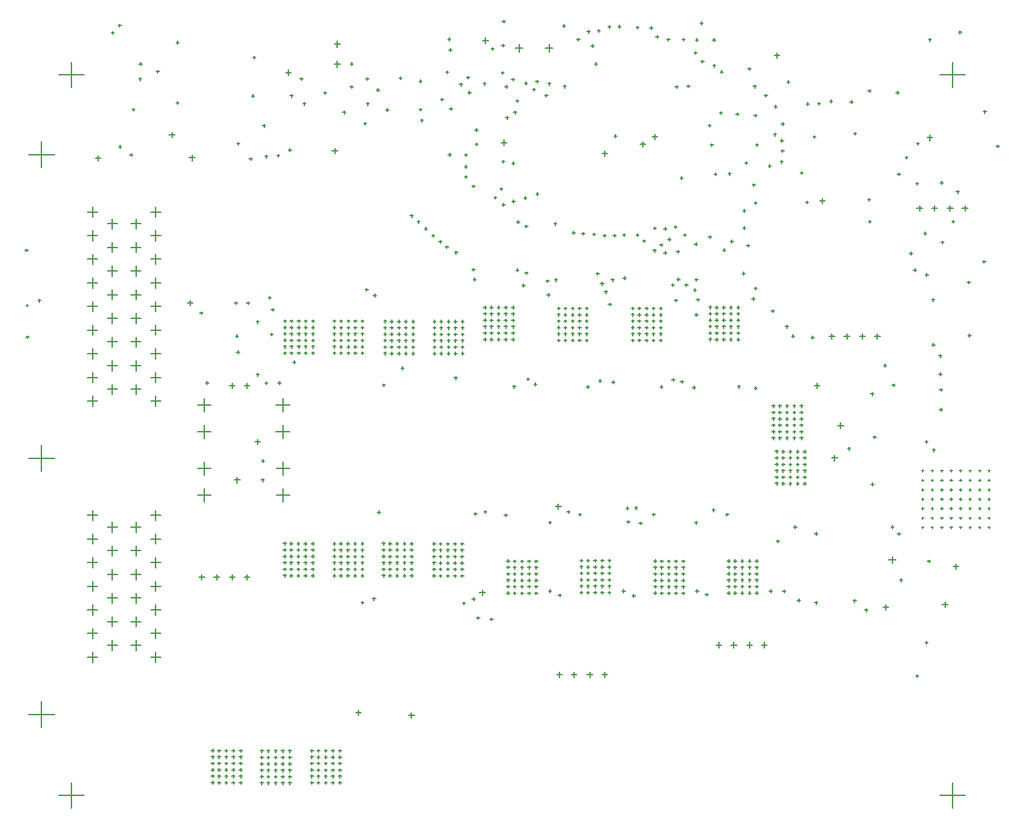
<source format=gbr>
%TF.GenerationSoftware,Altium Limited,Altium Designer,19.0.10 (269)*%
G04 Layer_Color=128*
%FSLAX26Y26*%
%MOIN*%
%TF.FileFunction,Drillmap*%
%TF.Part,Single*%
G01*
G75*
%TA.AperFunction,NonConductor*%
%ADD146C,0.005000*%
D146*
X931260Y1933022D02*
X998189D01*
X964724Y1899557D02*
Y1966486D01*
X1321811Y1933022D02*
X1388740D01*
X1355276Y1899557D02*
Y1966486D01*
X931260Y1799163D02*
X998189D01*
X964724Y1765699D02*
Y1832628D01*
X1321811Y1799163D02*
X1388740D01*
X1355276Y1765699D02*
Y1832628D01*
X930984Y2250000D02*
X997913D01*
X964449Y2216535D02*
Y2283465D01*
X1321535Y2250000D02*
X1388465D01*
X1355000Y2216535D02*
Y2283465D01*
X930984Y2116142D02*
X997913D01*
X964449Y2082677D02*
Y2149606D01*
X1321535Y2116142D02*
X1388465D01*
X1355000Y2082677D02*
Y2149606D01*
X2515315Y4033000D02*
X2554685D01*
X2535000Y4013315D02*
Y4052685D01*
X2665315Y4033000D02*
X2704685D01*
X2685000Y4013315D02*
Y4052685D01*
X4637500Y3900000D02*
X4762500D01*
X4700000Y3837500D02*
Y3962500D01*
X4637500Y300000D02*
X4762500D01*
X4700000Y237500D02*
Y362500D01*
X237500Y300000D02*
X362500D01*
X300000Y237500D02*
Y362500D01*
X237500Y3900000D02*
X362500D01*
X300000Y3837500D02*
Y3962500D01*
X85039Y3500000D02*
X214961D01*
X150000Y3435039D02*
Y3564961D01*
X85039Y1984252D02*
X214961D01*
X150000Y1919291D02*
Y2049213D01*
X695276Y990158D02*
X746457D01*
X720866Y964567D02*
Y1015748D01*
X695276Y1108268D02*
X746457D01*
X720866Y1082677D02*
Y1133858D01*
X695276Y1226378D02*
X746457D01*
X720866Y1200787D02*
Y1251968D01*
X695276Y1344488D02*
X746457D01*
X720866Y1318898D02*
Y1370079D01*
X695276Y1462599D02*
X746457D01*
X720866Y1437008D02*
Y1488189D01*
X695276Y1580709D02*
X746457D01*
X720866Y1555118D02*
Y1606299D01*
X695276Y1698819D02*
X746457D01*
X720866Y1673228D02*
Y1724409D01*
X596850Y1049213D02*
X648031D01*
X622441Y1023622D02*
Y1074803D01*
X596850Y1167323D02*
X648031D01*
X622441Y1141732D02*
Y1192913D01*
X596850Y1285433D02*
X648031D01*
X622441Y1259843D02*
Y1311024D01*
X596850Y1403543D02*
X648031D01*
X622441Y1377953D02*
Y1429134D01*
X596850Y1521654D02*
X648031D01*
X622441Y1496063D02*
Y1547244D01*
X596850Y1639764D02*
X648031D01*
X622441Y1614173D02*
Y1665354D01*
X478740Y1049213D02*
X529921D01*
X504331Y1023622D02*
Y1074803D01*
X478740Y1167323D02*
X529921D01*
X504331Y1141732D02*
Y1192913D01*
X478740Y1285433D02*
X529921D01*
X504331Y1259843D02*
Y1311024D01*
X478740Y1403543D02*
X529921D01*
X504331Y1377953D02*
Y1429134D01*
X478740Y1521654D02*
X529921D01*
X504331Y1496063D02*
Y1547244D01*
X478740Y1639764D02*
X529921D01*
X504331Y1614173D02*
Y1665354D01*
X380315Y990158D02*
X431496D01*
X405906Y964567D02*
Y1015748D01*
X380315Y1108268D02*
X431496D01*
X405906Y1082677D02*
Y1133858D01*
X380315Y1226378D02*
X431496D01*
X405906Y1200787D02*
Y1251968D01*
X380315Y1344488D02*
X431496D01*
X405906Y1318898D02*
Y1370079D01*
X380315Y1462599D02*
X431496D01*
X405906Y1437008D02*
Y1488189D01*
X380315Y1580709D02*
X431496D01*
X405906Y1555118D02*
Y1606299D01*
X380315Y1698819D02*
X431496D01*
X405906Y1673228D02*
Y1724409D01*
X85039Y704724D02*
X214961D01*
X150000Y639764D02*
Y769685D01*
X380315Y3214567D02*
X431496D01*
X405906Y3188976D02*
Y3240157D01*
X380315Y3096457D02*
X431496D01*
X405906Y3070866D02*
Y3122047D01*
X380315Y2978347D02*
X431496D01*
X405906Y2952756D02*
Y3003937D01*
X380315Y2860236D02*
X431496D01*
X405906Y2834646D02*
Y2885827D01*
X380315Y2742126D02*
X431496D01*
X405906Y2716535D02*
Y2767716D01*
X380315Y2624016D02*
X431496D01*
X405906Y2598425D02*
Y2649606D01*
X380315Y2505905D02*
X431496D01*
X405906Y2480315D02*
Y2531496D01*
X380315Y2387795D02*
X431496D01*
X405906Y2362205D02*
Y2413386D01*
X380315Y2269685D02*
X431496D01*
X405906Y2244095D02*
Y2295276D01*
X478740Y3155512D02*
X529921D01*
X504331Y3129921D02*
Y3181102D01*
X478740Y3037402D02*
X529921D01*
X504331Y3011811D02*
Y3062992D01*
X478740Y2919291D02*
X529921D01*
X504331Y2893701D02*
Y2944882D01*
X478740Y2801181D02*
X529921D01*
X504331Y2775591D02*
Y2826772D01*
X478740Y2683071D02*
X529921D01*
X504331Y2657480D02*
Y2708661D01*
X478740Y2564961D02*
X529921D01*
X504331Y2539370D02*
Y2590551D01*
X478740Y2446850D02*
X529921D01*
X504331Y2421260D02*
Y2472441D01*
X478740Y2328740D02*
X529921D01*
X504331Y2303150D02*
Y2354331D01*
X596850Y3155512D02*
X648031D01*
X622441Y3129921D02*
Y3181102D01*
X596850Y3037402D02*
X648031D01*
X622441Y3011811D02*
Y3062992D01*
X596850Y2919291D02*
X648031D01*
X622441Y2893701D02*
Y2944882D01*
X596850Y2801181D02*
X648031D01*
X622441Y2775591D02*
Y2826772D01*
X596850Y2683071D02*
X648031D01*
X622441Y2657480D02*
Y2708661D01*
X596850Y2564961D02*
X648031D01*
X622441Y2539370D02*
Y2590551D01*
X596850Y2446850D02*
X648031D01*
X622441Y2421260D02*
Y2472441D01*
X596850Y2328740D02*
X648031D01*
X622441Y2303150D02*
Y2354331D01*
X695276Y3214567D02*
X746457D01*
X720866Y3188976D02*
Y3240157D01*
X695276Y3096457D02*
X746457D01*
X720866Y3070866D02*
Y3122047D01*
X695276Y2978347D02*
X746457D01*
X720866Y2952756D02*
Y3003937D01*
X695276Y2860236D02*
X746457D01*
X720866Y2834646D02*
Y2885827D01*
X695276Y2742126D02*
X746457D01*
X720866Y2716535D02*
Y2767716D01*
X695276Y2624016D02*
X746457D01*
X720866Y2598425D02*
Y2649606D01*
X695276Y2505905D02*
X746457D01*
X720866Y2480315D02*
Y2531496D01*
X695276Y2387795D02*
X746457D01*
X720866Y2362205D02*
Y2413386D01*
X695276Y2269685D02*
X746457D01*
X720866Y2244095D02*
Y2295276D01*
X1612252Y3953449D02*
X1643748D01*
X1628000Y3937701D02*
Y3969197D01*
X1612252Y4053449D02*
X1643748D01*
X1628000Y4037701D02*
Y4069197D01*
X4734606Y1780000D02*
X4746417D01*
X4740512Y1774094D02*
Y1785906D01*
X4734606Y1827244D02*
X4746417D01*
X4740512Y1821339D02*
Y1833150D01*
X4734606Y1874488D02*
X4746417D01*
X4740512Y1868583D02*
Y1880394D01*
X4734606Y1921732D02*
X4746417D01*
X4740512Y1915827D02*
Y1927638D01*
X4734606Y1732756D02*
X4746417D01*
X4740512Y1726850D02*
Y1738661D01*
X4734606Y1685512D02*
X4746417D01*
X4740512Y1679606D02*
Y1691417D01*
X4734606Y1638268D02*
X4746417D01*
X4740512Y1632362D02*
Y1644173D01*
X4781850Y1638268D02*
X4793661D01*
X4787756Y1632362D02*
Y1644173D01*
X4781850Y1685512D02*
X4793661D01*
X4787756Y1679606D02*
Y1691417D01*
X4781850Y1732756D02*
X4793661D01*
X4787756Y1726850D02*
Y1738661D01*
X4781850Y1921732D02*
X4793661D01*
X4787756Y1915827D02*
Y1927638D01*
X4781850Y1874488D02*
X4793661D01*
X4787756Y1868583D02*
Y1880394D01*
X4781850Y1827244D02*
X4793661D01*
X4787756Y1821339D02*
Y1833150D01*
X4781850Y1780000D02*
X4793661D01*
X4787756Y1774094D02*
Y1785906D01*
X4829095Y1638268D02*
X4840905D01*
X4835000Y1632362D02*
Y1644173D01*
X4829095Y1685512D02*
X4840905D01*
X4835000Y1679606D02*
Y1691417D01*
X4829095Y1732756D02*
X4840905D01*
X4835000Y1726850D02*
Y1738661D01*
X4829095Y1921732D02*
X4840905D01*
X4835000Y1915827D02*
Y1927638D01*
X4829095Y1874488D02*
X4840905D01*
X4835000Y1868583D02*
Y1880394D01*
X4829095Y1827244D02*
X4840905D01*
X4835000Y1821339D02*
Y1833150D01*
X4829095Y1780000D02*
X4840905D01*
X4835000Y1774094D02*
Y1785906D01*
X4876339Y1638268D02*
X4888150D01*
X4882244Y1632362D02*
Y1644173D01*
X4876339Y1685512D02*
X4888150D01*
X4882244Y1679606D02*
Y1691417D01*
X4876339Y1732756D02*
X4888150D01*
X4882244Y1726850D02*
Y1738661D01*
X4876339Y1921732D02*
X4888150D01*
X4882244Y1915827D02*
Y1927638D01*
X4876339Y1874488D02*
X4888150D01*
X4882244Y1868583D02*
Y1880394D01*
X4876339Y1827244D02*
X4888150D01*
X4882244Y1821339D02*
Y1833150D01*
X4876339Y1780000D02*
X4888150D01*
X4882244Y1774094D02*
Y1785906D01*
X4687362Y1638268D02*
X4699173D01*
X4693268Y1632362D02*
Y1644173D01*
X4687362Y1685512D02*
X4699173D01*
X4693268Y1679606D02*
Y1691417D01*
X4687362Y1732756D02*
X4699173D01*
X4693268Y1726850D02*
Y1738661D01*
X4687362Y1921732D02*
X4699173D01*
X4693268Y1915827D02*
Y1927638D01*
X4687362Y1874488D02*
X4699173D01*
X4693268Y1868583D02*
Y1880394D01*
X4687362Y1827244D02*
X4699173D01*
X4693268Y1821339D02*
Y1833150D01*
X4687362Y1780000D02*
X4699173D01*
X4693268Y1774094D02*
Y1785906D01*
X4640118Y1638268D02*
X4651929D01*
X4646024Y1632362D02*
Y1644173D01*
X4640118Y1685512D02*
X4651929D01*
X4646024Y1679606D02*
Y1691417D01*
X4640118Y1732756D02*
X4651929D01*
X4646024Y1726850D02*
Y1738661D01*
X4640118Y1921732D02*
X4651929D01*
X4646024Y1915827D02*
Y1927638D01*
X4640118Y1874488D02*
X4651929D01*
X4646024Y1868583D02*
Y1880394D01*
X4640118Y1827244D02*
X4651929D01*
X4646024Y1821339D02*
Y1833150D01*
X4640118Y1780000D02*
X4651929D01*
X4646024Y1774094D02*
Y1785906D01*
X4592874Y1638268D02*
X4604685D01*
X4598780Y1632362D02*
Y1644173D01*
X4592874Y1685512D02*
X4604685D01*
X4598780Y1679606D02*
Y1691417D01*
X4592874Y1732756D02*
X4604685D01*
X4598780Y1726850D02*
Y1738661D01*
X4592874Y1921732D02*
X4604685D01*
X4598780Y1915827D02*
Y1927638D01*
X4592874Y1874488D02*
X4604685D01*
X4598780Y1868583D02*
Y1880394D01*
X4592874Y1827244D02*
X4604685D01*
X4598780Y1821339D02*
Y1833150D01*
X4592874Y1780000D02*
X4604685D01*
X4598780Y1774094D02*
Y1785906D01*
X4545630Y1638268D02*
X4557441D01*
X4551535Y1632362D02*
Y1644173D01*
X4545630Y1685512D02*
X4557441D01*
X4551535Y1679606D02*
Y1691417D01*
X4545630Y1732756D02*
X4557441D01*
X4551535Y1726850D02*
Y1738661D01*
X4545630Y1921732D02*
X4557441D01*
X4551535Y1915827D02*
Y1927638D01*
X4545630Y1874488D02*
X4557441D01*
X4551535Y1868583D02*
Y1880394D01*
X4545630Y1827244D02*
X4557441D01*
X4551535Y1821339D02*
Y1833150D01*
X4545630Y1780000D02*
X4557441D01*
X4551535Y1774094D02*
Y1785906D01*
X1526500Y363000D02*
X1541500D01*
X1534000Y355500D02*
Y370500D01*
X1526500Y395000D02*
X1541500D01*
X1534000Y387500D02*
Y402500D01*
X1526500Y427000D02*
X1541500D01*
X1534000Y419500D02*
Y434500D01*
X1526500Y459000D02*
X1541500D01*
X1534000Y451500D02*
Y466500D01*
X1526500Y491000D02*
X1541500D01*
X1534000Y483500D02*
Y498500D01*
X1526500Y523000D02*
X1541500D01*
X1534000Y515500D02*
Y530500D01*
X1562500Y523000D02*
X1577500D01*
X1570000Y515500D02*
Y530500D01*
X1562500Y491000D02*
X1577500D01*
X1570000Y483500D02*
Y498500D01*
X1562500Y459000D02*
X1577500D01*
X1570000Y451500D02*
Y466500D01*
X1562500Y427000D02*
X1577500D01*
X1570000Y419500D02*
Y434500D01*
X1562500Y395000D02*
X1577500D01*
X1570000Y387500D02*
Y402500D01*
X1562500Y363000D02*
X1577500D01*
X1570000Y355500D02*
Y370500D01*
X1634000Y363000D02*
X1649000D01*
X1641500Y355500D02*
Y370500D01*
X1634000Y395000D02*
X1649000D01*
X1641500Y387500D02*
Y402500D01*
X1634000Y427000D02*
X1649000D01*
X1641500Y419500D02*
Y434500D01*
X1634000Y459000D02*
X1649000D01*
X1641500Y451500D02*
Y466500D01*
X1634000Y491000D02*
X1649000D01*
X1641500Y483500D02*
Y498500D01*
X1634000Y523000D02*
X1649000D01*
X1641500Y515500D02*
Y530500D01*
X1598000Y523000D02*
X1613000D01*
X1605500Y515500D02*
Y530500D01*
X1598000Y491000D02*
X1613000D01*
X1605500Y483500D02*
Y498500D01*
X1598000Y459000D02*
X1613000D01*
X1605500Y451500D02*
Y466500D01*
X1598000Y427000D02*
X1613000D01*
X1605500Y419500D02*
Y434500D01*
X1598000Y395000D02*
X1613000D01*
X1605500Y387500D02*
Y402500D01*
X1598000Y363000D02*
X1613000D01*
X1605500Y355500D02*
Y370500D01*
X1494000Y363500D02*
X1509000D01*
X1501500Y356000D02*
Y371000D01*
X1494000Y395500D02*
X1509000D01*
X1501500Y388000D02*
Y403000D01*
X1494000Y427500D02*
X1509000D01*
X1501500Y420000D02*
Y435000D01*
X1494000Y459500D02*
X1509000D01*
X1501500Y452000D02*
Y467000D01*
X1494000Y491500D02*
X1509000D01*
X1501500Y484000D02*
Y499000D01*
X1494000Y523500D02*
X1509000D01*
X1501500Y516000D02*
Y531000D01*
X1276500Y361500D02*
X1291500D01*
X1284000Y354000D02*
Y369000D01*
X1276500Y393500D02*
X1291500D01*
X1284000Y386000D02*
Y401000D01*
X1276500Y425500D02*
X1291500D01*
X1284000Y418000D02*
Y433000D01*
X1276500Y457500D02*
X1291500D01*
X1284000Y450000D02*
Y465000D01*
X1276500Y489500D02*
X1291500D01*
X1284000Y482000D02*
Y497000D01*
X1276500Y521500D02*
X1291500D01*
X1284000Y514000D02*
Y529000D01*
X1312500Y521500D02*
X1327500D01*
X1320000Y514000D02*
Y529000D01*
X1312500Y489500D02*
X1327500D01*
X1320000Y482000D02*
Y497000D01*
X1312500Y457500D02*
X1327500D01*
X1320000Y450000D02*
Y465000D01*
X1312500Y425500D02*
X1327500D01*
X1320000Y418000D02*
Y433000D01*
X1312500Y393500D02*
X1327500D01*
X1320000Y386000D02*
Y401000D01*
X1312500Y361500D02*
X1327500D01*
X1320000Y354000D02*
Y369000D01*
X1384000Y361500D02*
X1399000D01*
X1391500Y354000D02*
Y369000D01*
X1384000Y393500D02*
X1399000D01*
X1391500Y386000D02*
Y401000D01*
X1384000Y425500D02*
X1399000D01*
X1391500Y418000D02*
Y433000D01*
X1384000Y457500D02*
X1399000D01*
X1391500Y450000D02*
Y465000D01*
X1384000Y489500D02*
X1399000D01*
X1391500Y482000D02*
Y497000D01*
X1384000Y521500D02*
X1399000D01*
X1391500Y514000D02*
Y529000D01*
X1348000Y521500D02*
X1363000D01*
X1355500Y514000D02*
Y529000D01*
X1348000Y489500D02*
X1363000D01*
X1355500Y482000D02*
Y497000D01*
X1348000Y457500D02*
X1363000D01*
X1355500Y450000D02*
Y465000D01*
X1348000Y425500D02*
X1363000D01*
X1355500Y418000D02*
Y433000D01*
X1348000Y393500D02*
X1363000D01*
X1355500Y386000D02*
Y401000D01*
X1348000Y361500D02*
X1363000D01*
X1355500Y354000D02*
Y369000D01*
X1244000Y362000D02*
X1259000D01*
X1251500Y354500D02*
Y369500D01*
X1244000Y394000D02*
X1259000D01*
X1251500Y386500D02*
Y401500D01*
X1244000Y426000D02*
X1259000D01*
X1251500Y418500D02*
Y433500D01*
X1244000Y458000D02*
X1259000D01*
X1251500Y450500D02*
Y465500D01*
X1244000Y490000D02*
X1259000D01*
X1251500Y482500D02*
Y497500D01*
X1244000Y522000D02*
X1259000D01*
X1251500Y514500D02*
Y529500D01*
X1030000Y363500D02*
X1045000D01*
X1037500Y356000D02*
Y371000D01*
X1030000Y395500D02*
X1045000D01*
X1037500Y388000D02*
Y403000D01*
X1030000Y427500D02*
X1045000D01*
X1037500Y420000D02*
Y435000D01*
X1030000Y459500D02*
X1045000D01*
X1037500Y452000D02*
Y467000D01*
X1030000Y491500D02*
X1045000D01*
X1037500Y484000D02*
Y499000D01*
X1030000Y523500D02*
X1045000D01*
X1037500Y516000D02*
Y531000D01*
X1066000Y523500D02*
X1081000D01*
X1073500Y516000D02*
Y531000D01*
X1066000Y491500D02*
X1081000D01*
X1073500Y484000D02*
Y499000D01*
X1066000Y459500D02*
X1081000D01*
X1073500Y452000D02*
Y467000D01*
X1066000Y427500D02*
X1081000D01*
X1073500Y420000D02*
Y435000D01*
X1066000Y395500D02*
X1081000D01*
X1073500Y388000D02*
Y403000D01*
X1066000Y363500D02*
X1081000D01*
X1073500Y356000D02*
Y371000D01*
X1137500Y363500D02*
X1152500D01*
X1145000Y356000D02*
Y371000D01*
X1137500Y395500D02*
X1152500D01*
X1145000Y388000D02*
Y403000D01*
X1137500Y427500D02*
X1152500D01*
X1145000Y420000D02*
Y435000D01*
X1137500Y459500D02*
X1152500D01*
X1145000Y452000D02*
Y467000D01*
X1137500Y491500D02*
X1152500D01*
X1145000Y484000D02*
Y499000D01*
X1137500Y523500D02*
X1152500D01*
X1145000Y516000D02*
Y531000D01*
X1101500Y523500D02*
X1116500D01*
X1109000Y516000D02*
Y531000D01*
X1101500Y491500D02*
X1116500D01*
X1109000Y484000D02*
Y499000D01*
X1101500Y459500D02*
X1116500D01*
X1109000Y452000D02*
Y467000D01*
X1101500Y427500D02*
X1116500D01*
X1109000Y420000D02*
Y435000D01*
X1101500Y395500D02*
X1116500D01*
X1109000Y388000D02*
Y403000D01*
X1101500Y363500D02*
X1116500D01*
X1109000Y356000D02*
Y371000D01*
X997500Y364000D02*
X1012500D01*
X1005000Y356500D02*
Y371500D01*
X997500Y396000D02*
X1012500D01*
X1005000Y388500D02*
Y403500D01*
X997500Y428000D02*
X1012500D01*
X1005000Y420500D02*
Y435500D01*
X997500Y460000D02*
X1012500D01*
X1005000Y452500D02*
Y467500D01*
X997500Y492000D02*
X1012500D01*
X1005000Y484500D02*
Y499500D01*
X997500Y524000D02*
X1012500D01*
X1005000Y516500D02*
Y531500D01*
X3847000Y1857693D02*
X3862000D01*
X3854500Y1850193D02*
Y1865193D01*
X3847000Y1889693D02*
X3862000D01*
X3854500Y1882193D02*
Y1897193D01*
X3847000Y1921693D02*
X3862000D01*
X3854500Y1914193D02*
Y1929193D01*
X3847000Y1953693D02*
X3862000D01*
X3854500Y1946193D02*
Y1961193D01*
X3847000Y1985693D02*
X3862000D01*
X3854500Y1978193D02*
Y1993193D01*
X3847000Y2017693D02*
X3862000D01*
X3854500Y2010193D02*
Y2025193D01*
X3883000Y2017693D02*
X3898000D01*
X3890500Y2010193D02*
Y2025193D01*
X3883000Y1985693D02*
X3898000D01*
X3890500Y1978193D02*
Y1993193D01*
X3883000Y1953693D02*
X3898000D01*
X3890500Y1946193D02*
Y1961193D01*
X3883000Y1921693D02*
X3898000D01*
X3890500Y1914193D02*
Y1929193D01*
X3883000Y1889693D02*
X3898000D01*
X3890500Y1882193D02*
Y1897193D01*
X3883000Y1857693D02*
X3898000D01*
X3890500Y1850193D02*
Y1865193D01*
X3954500Y1857693D02*
X3969500D01*
X3962000Y1850193D02*
Y1865193D01*
X3954500Y1889693D02*
X3969500D01*
X3962000Y1882193D02*
Y1897193D01*
X3954500Y1921693D02*
X3969500D01*
X3962000Y1914193D02*
Y1929193D01*
X3954500Y1953693D02*
X3969500D01*
X3962000Y1946193D02*
Y1961193D01*
X3954500Y1985693D02*
X3969500D01*
X3962000Y1978193D02*
Y1993193D01*
X3954500Y2017693D02*
X3969500D01*
X3962000Y2010193D02*
Y2025193D01*
X3918500Y2017693D02*
X3933500D01*
X3926000Y2010193D02*
Y2025193D01*
X3918500Y1985693D02*
X3933500D01*
X3926000Y1978193D02*
Y1993193D01*
X3918500Y1953693D02*
X3933500D01*
X3926000Y1946193D02*
Y1961193D01*
X3918500Y1921693D02*
X3933500D01*
X3926000Y1914193D02*
Y1929193D01*
X3918500Y1889693D02*
X3933500D01*
X3926000Y1882193D02*
Y1897193D01*
X3918500Y1857693D02*
X3933500D01*
X3926000Y1850193D02*
Y1865193D01*
X3814500Y1858193D02*
X3829500D01*
X3822000Y1850693D02*
Y1865693D01*
X3814500Y1890193D02*
X3829500D01*
X3822000Y1882693D02*
Y1897693D01*
X3814500Y1922193D02*
X3829500D01*
X3822000Y1914693D02*
Y1929693D01*
X3814500Y1954193D02*
X3829500D01*
X3822000Y1946693D02*
Y1961693D01*
X3814500Y1986193D02*
X3829500D01*
X3822000Y1978693D02*
Y1993693D01*
X3814500Y2018193D02*
X3829500D01*
X3822000Y2010693D02*
Y2025693D01*
X3830500Y2085000D02*
X3845500D01*
X3838000Y2077500D02*
Y2092500D01*
X3830500Y2117000D02*
X3845500D01*
X3838000Y2109500D02*
Y2124500D01*
X3830500Y2149000D02*
X3845500D01*
X3838000Y2141500D02*
Y2156500D01*
X3830500Y2181000D02*
X3845500D01*
X3838000Y2173500D02*
Y2188500D01*
X3830500Y2213000D02*
X3845500D01*
X3838000Y2205500D02*
Y2220500D01*
X3830500Y2245000D02*
X3845500D01*
X3838000Y2237500D02*
Y2252500D01*
X3866500Y2245000D02*
X3881500D01*
X3874000Y2237500D02*
Y2252500D01*
X3866500Y2213000D02*
X3881500D01*
X3874000Y2205500D02*
Y2220500D01*
X3866500Y2181000D02*
X3881500D01*
X3874000Y2173500D02*
Y2188500D01*
X3866500Y2149000D02*
X3881500D01*
X3874000Y2141500D02*
Y2156500D01*
X3866500Y2117000D02*
X3881500D01*
X3874000Y2109500D02*
Y2124500D01*
X3866500Y2085000D02*
X3881500D01*
X3874000Y2077500D02*
Y2092500D01*
X3938000Y2085000D02*
X3953000D01*
X3945500Y2077500D02*
Y2092500D01*
X3938000Y2117000D02*
X3953000D01*
X3945500Y2109500D02*
Y2124500D01*
X3938000Y2149000D02*
X3953000D01*
X3945500Y2141500D02*
Y2156500D01*
X3938000Y2181000D02*
X3953000D01*
X3945500Y2173500D02*
Y2188500D01*
X3938000Y2213000D02*
X3953000D01*
X3945500Y2205500D02*
Y2220500D01*
X3938000Y2245000D02*
X3953000D01*
X3945500Y2237500D02*
Y2252500D01*
X3902000Y2245000D02*
X3917000D01*
X3909500Y2237500D02*
Y2252500D01*
X3902000Y2213000D02*
X3917000D01*
X3909500Y2205500D02*
Y2220500D01*
X3902000Y2181000D02*
X3917000D01*
X3909500Y2173500D02*
Y2188500D01*
X3902000Y2149000D02*
X3917000D01*
X3909500Y2141500D02*
Y2156500D01*
X3902000Y2117000D02*
X3917000D01*
X3909500Y2109500D02*
Y2124500D01*
X3902000Y2085000D02*
X3917000D01*
X3909500Y2077500D02*
Y2092500D01*
X3798000Y2085500D02*
X3813000D01*
X3805500Y2078000D02*
Y2093000D01*
X3798000Y2117500D02*
X3813000D01*
X3805500Y2110000D02*
Y2125000D01*
X3798000Y2149500D02*
X3813000D01*
X3805500Y2142000D02*
Y2157000D01*
X3798000Y2181500D02*
X3813000D01*
X3805500Y2174000D02*
Y2189000D01*
X3798000Y2213500D02*
X3813000D01*
X3805500Y2206000D02*
Y2221000D01*
X3798000Y2245500D02*
X3813000D01*
X3805500Y2238000D02*
Y2253000D01*
X2872000Y1313000D02*
X2887000D01*
X2879500Y1305500D02*
Y1320500D01*
X2872000Y1345000D02*
X2887000D01*
X2879500Y1337500D02*
Y1352500D01*
X2872000Y1377000D02*
X2887000D01*
X2879500Y1369500D02*
Y1384500D01*
X2872000Y1409000D02*
X2887000D01*
X2879500Y1401500D02*
Y1416500D01*
X2872000Y1441000D02*
X2887000D01*
X2879500Y1433500D02*
Y1448500D01*
X2872000Y1473000D02*
X2887000D01*
X2879500Y1465500D02*
Y1480500D01*
X2908000Y1473000D02*
X2923000D01*
X2915500Y1465500D02*
Y1480500D01*
X2908000Y1441000D02*
X2923000D01*
X2915500Y1433500D02*
Y1448500D01*
X2908000Y1409000D02*
X2923000D01*
X2915500Y1401500D02*
Y1416500D01*
X2908000Y1377000D02*
X2923000D01*
X2915500Y1369500D02*
Y1384500D01*
X2908000Y1345000D02*
X2923000D01*
X2915500Y1337500D02*
Y1352500D01*
X2908000Y1313000D02*
X2923000D01*
X2915500Y1305500D02*
Y1320500D01*
X2979500Y1313000D02*
X2994500D01*
X2987000Y1305500D02*
Y1320500D01*
X2979500Y1345000D02*
X2994500D01*
X2987000Y1337500D02*
Y1352500D01*
X2979500Y1377000D02*
X2994500D01*
X2987000Y1369500D02*
Y1384500D01*
X2979500Y1409000D02*
X2994500D01*
X2987000Y1401500D02*
Y1416500D01*
X2979500Y1441000D02*
X2994500D01*
X2987000Y1433500D02*
Y1448500D01*
X2979500Y1473000D02*
X2994500D01*
X2987000Y1465500D02*
Y1480500D01*
X2943500Y1473000D02*
X2958500D01*
X2951000Y1465500D02*
Y1480500D01*
X2943500Y1441000D02*
X2958500D01*
X2951000Y1433500D02*
Y1448500D01*
X2943500Y1409000D02*
X2958500D01*
X2951000Y1401500D02*
Y1416500D01*
X2943500Y1377000D02*
X2958500D01*
X2951000Y1369500D02*
Y1384500D01*
X2943500Y1345000D02*
X2958500D01*
X2951000Y1337500D02*
Y1352500D01*
X2943500Y1313000D02*
X2958500D01*
X2951000Y1305500D02*
Y1320500D01*
X2839500Y1313500D02*
X2854500D01*
X2847000Y1306000D02*
Y1321000D01*
X2839500Y1345500D02*
X2854500D01*
X2847000Y1338000D02*
Y1353000D01*
X2839500Y1377500D02*
X2854500D01*
X2847000Y1370000D02*
Y1385000D01*
X2839500Y1409500D02*
X2854500D01*
X2847000Y1402000D02*
Y1417000D01*
X2839500Y1441500D02*
X2854500D01*
X2847000Y1434000D02*
Y1449000D01*
X2839500Y1473500D02*
X2854500D01*
X2847000Y1466000D02*
Y1481000D01*
X1673500Y1493543D02*
X1688500D01*
X1681000Y1486043D02*
Y1501043D01*
X1709000Y1493543D02*
X1724000D01*
X1716500Y1486043D02*
Y1501043D01*
X1709000Y1525543D02*
X1724000D01*
X1716500Y1518043D02*
Y1533043D01*
X1745000Y1525543D02*
X1760000D01*
X1752500Y1518043D02*
Y1533043D01*
X1745000Y1557543D02*
X1760000D01*
X1752500Y1550043D02*
Y1565043D01*
X3482000Y2738500D02*
X3497000D01*
X3489500Y2731000D02*
Y2746000D01*
X3482000Y2706500D02*
X3497000D01*
X3489500Y2699000D02*
Y2714000D01*
X3482000Y2674500D02*
X3497000D01*
X3489500Y2667000D02*
Y2682000D01*
X3482000Y2642500D02*
X3497000D01*
X3489500Y2635000D02*
Y2650000D01*
X3482000Y2610500D02*
X3497000D01*
X3489500Y2603000D02*
Y2618000D01*
X3482000Y2578500D02*
X3497000D01*
X3489500Y2571000D02*
Y2586000D01*
X3586000Y2578000D02*
X3601000D01*
X3593500Y2570500D02*
Y2585500D01*
X3586000Y2610000D02*
X3601000D01*
X3593500Y2602500D02*
Y2617500D01*
X3586000Y2642000D02*
X3601000D01*
X3593500Y2634500D02*
Y2649500D01*
X3586000Y2674000D02*
X3601000D01*
X3593500Y2666500D02*
Y2681500D01*
X3586000Y2706000D02*
X3601000D01*
X3593500Y2698500D02*
Y2713500D01*
X3586000Y2738000D02*
X3601000D01*
X3593500Y2730500D02*
Y2745500D01*
X3622000Y2738000D02*
X3637000D01*
X3629500Y2730500D02*
Y2745500D01*
X3622000Y2706000D02*
X3637000D01*
X3629500Y2698500D02*
Y2713500D01*
X3622000Y2674000D02*
X3637000D01*
X3629500Y2666500D02*
Y2681500D01*
X3622000Y2642000D02*
X3637000D01*
X3629500Y2634500D02*
Y2649500D01*
X3622000Y2610000D02*
X3637000D01*
X3629500Y2602500D02*
Y2617500D01*
X3622000Y2578000D02*
X3637000D01*
X3629500Y2570500D02*
Y2585500D01*
X3550500Y2578000D02*
X3565500D01*
X3558000Y2570500D02*
Y2585500D01*
X3550500Y2610000D02*
X3565500D01*
X3558000Y2602500D02*
Y2617500D01*
X3550500Y2642000D02*
X3565500D01*
X3558000Y2634500D02*
Y2649500D01*
X3550500Y2674000D02*
X3565500D01*
X3558000Y2666500D02*
Y2681500D01*
X3550500Y2706000D02*
X3565500D01*
X3558000Y2698500D02*
Y2713500D01*
X3550500Y2738000D02*
X3565500D01*
X3558000Y2730500D02*
Y2745500D01*
X3514500Y2738000D02*
X3529500D01*
X3522000Y2730500D02*
Y2745500D01*
X3514500Y2706000D02*
X3529500D01*
X3522000Y2698500D02*
Y2713500D01*
X3514500Y2674000D02*
X3529500D01*
X3522000Y2666500D02*
Y2681500D01*
X3514500Y2642000D02*
X3529500D01*
X3522000Y2634500D02*
Y2649500D01*
X3514500Y2610000D02*
X3529500D01*
X3522000Y2602500D02*
Y2617500D01*
X3514500Y2578000D02*
X3529500D01*
X3522000Y2570500D02*
Y2585500D01*
X3095650Y2733500D02*
X3110650D01*
X3103150Y2726000D02*
Y2741000D01*
X3095650Y2701500D02*
X3110650D01*
X3103150Y2694000D02*
Y2709000D01*
X3095650Y2669500D02*
X3110650D01*
X3103150Y2662000D02*
Y2677000D01*
X3095650Y2637500D02*
X3110650D01*
X3103150Y2630000D02*
Y2645000D01*
X3095650Y2605500D02*
X3110650D01*
X3103150Y2598000D02*
Y2613000D01*
X3095650Y2573500D02*
X3110650D01*
X3103150Y2566000D02*
Y2581000D01*
X3199650Y2573000D02*
X3214650D01*
X3207150Y2565500D02*
Y2580500D01*
X3199650Y2605000D02*
X3214650D01*
X3207150Y2597500D02*
Y2612500D01*
X3199650Y2637000D02*
X3214650D01*
X3207150Y2629500D02*
Y2644500D01*
X3199650Y2669000D02*
X3214650D01*
X3207150Y2661500D02*
Y2676500D01*
X3199650Y2701000D02*
X3214650D01*
X3207150Y2693500D02*
Y2708500D01*
X3199650Y2733000D02*
X3214650D01*
X3207150Y2725500D02*
Y2740500D01*
X3235650Y2733000D02*
X3250650D01*
X3243150Y2725500D02*
Y2740500D01*
X3235650Y2701000D02*
X3250650D01*
X3243150Y2693500D02*
Y2708500D01*
X3235650Y2669000D02*
X3250650D01*
X3243150Y2661500D02*
Y2676500D01*
X3235650Y2637000D02*
X3250650D01*
X3243150Y2629500D02*
Y2644500D01*
X3235650Y2605000D02*
X3250650D01*
X3243150Y2597500D02*
Y2612500D01*
X3235650Y2573000D02*
X3250650D01*
X3243150Y2565500D02*
Y2580500D01*
X3164150Y2573000D02*
X3179150D01*
X3171650Y2565500D02*
Y2580500D01*
X3164150Y2605000D02*
X3179150D01*
X3171650Y2597500D02*
Y2612500D01*
X3164150Y2637000D02*
X3179150D01*
X3171650Y2629500D02*
Y2644500D01*
X3164150Y2669000D02*
X3179150D01*
X3171650Y2661500D02*
Y2676500D01*
X3164150Y2701000D02*
X3179150D01*
X3171650Y2693500D02*
Y2708500D01*
X3164150Y2733000D02*
X3179150D01*
X3171650Y2725500D02*
Y2740500D01*
X3128150Y2733000D02*
X3143150D01*
X3135650Y2725500D02*
Y2740500D01*
X3128150Y2701000D02*
X3143150D01*
X3135650Y2693500D02*
Y2708500D01*
X3128150Y2669000D02*
X3143150D01*
X3135650Y2661500D02*
Y2676500D01*
X3128150Y2637000D02*
X3143150D01*
X3135650Y2629500D02*
Y2644500D01*
X3128150Y2605000D02*
X3143150D01*
X3135650Y2597500D02*
Y2612500D01*
X3128150Y2573000D02*
X3143150D01*
X3135650Y2565500D02*
Y2580500D01*
X2726524Y2733500D02*
X2741524D01*
X2734024Y2726000D02*
Y2741000D01*
X2726524Y2701500D02*
X2741524D01*
X2734024Y2694000D02*
Y2709000D01*
X2726524Y2669500D02*
X2741524D01*
X2734024Y2662000D02*
Y2677000D01*
X2726524Y2637500D02*
X2741524D01*
X2734024Y2630000D02*
Y2645000D01*
X2726524Y2605500D02*
X2741524D01*
X2734024Y2598000D02*
Y2613000D01*
X2726524Y2573500D02*
X2741524D01*
X2734024Y2566000D02*
Y2581000D01*
X2830524Y2573000D02*
X2845524D01*
X2838024Y2565500D02*
Y2580500D01*
X2830524Y2605000D02*
X2845524D01*
X2838024Y2597500D02*
Y2612500D01*
X2830524Y2637000D02*
X2845524D01*
X2838024Y2629500D02*
Y2644500D01*
X2830524Y2669000D02*
X2845524D01*
X2838024Y2661500D02*
Y2676500D01*
X2830524Y2701000D02*
X2845524D01*
X2838024Y2693500D02*
Y2708500D01*
X2830524Y2733000D02*
X2845524D01*
X2838024Y2725500D02*
Y2740500D01*
X2866524Y2733000D02*
X2881524D01*
X2874024Y2725500D02*
Y2740500D01*
X2866524Y2701000D02*
X2881524D01*
X2874024Y2693500D02*
Y2708500D01*
X2866524Y2669000D02*
X2881524D01*
X2874024Y2661500D02*
Y2676500D01*
X2866524Y2637000D02*
X2881524D01*
X2874024Y2629500D02*
Y2644500D01*
X2866524Y2605000D02*
X2881524D01*
X2874024Y2597500D02*
Y2612500D01*
X2866524Y2573000D02*
X2881524D01*
X2874024Y2565500D02*
Y2580500D01*
X2795024Y2573000D02*
X2810024D01*
X2802524Y2565500D02*
Y2580500D01*
X2795024Y2605000D02*
X2810024D01*
X2802524Y2597500D02*
Y2612500D01*
X2795024Y2637000D02*
X2810024D01*
X2802524Y2629500D02*
Y2644500D01*
X2795024Y2669000D02*
X2810024D01*
X2802524Y2661500D02*
Y2676500D01*
X2795024Y2701000D02*
X2810024D01*
X2802524Y2693500D02*
Y2708500D01*
X2795024Y2733000D02*
X2810024D01*
X2802524Y2725500D02*
Y2740500D01*
X2759024Y2733000D02*
X2774024D01*
X2766524Y2725500D02*
Y2740500D01*
X2759024Y2701000D02*
X2774024D01*
X2766524Y2693500D02*
Y2708500D01*
X2759024Y2669000D02*
X2774024D01*
X2766524Y2661500D02*
Y2676500D01*
X2759024Y2637000D02*
X2774024D01*
X2766524Y2629500D02*
Y2644500D01*
X2759024Y2605000D02*
X2774024D01*
X2766524Y2597500D02*
Y2612500D01*
X2759024Y2573000D02*
X2774024D01*
X2766524Y2565500D02*
Y2580500D01*
X2357500Y2738000D02*
X2372500D01*
X2365000Y2730500D02*
Y2745500D01*
X2357500Y2706000D02*
X2372500D01*
X2365000Y2698500D02*
Y2713500D01*
X2357500Y2674000D02*
X2372500D01*
X2365000Y2666500D02*
Y2681500D01*
X2357500Y2642000D02*
X2372500D01*
X2365000Y2634500D02*
Y2649500D01*
X2357500Y2610000D02*
X2372500D01*
X2365000Y2602500D02*
Y2617500D01*
X2357500Y2578000D02*
X2372500D01*
X2365000Y2570500D02*
Y2585500D01*
X2461500Y2577500D02*
X2476500D01*
X2469000Y2570000D02*
Y2585000D01*
X2461500Y2609500D02*
X2476500D01*
X2469000Y2602000D02*
Y2617000D01*
X2461500Y2641500D02*
X2476500D01*
X2469000Y2634000D02*
Y2649000D01*
X2461500Y2673500D02*
X2476500D01*
X2469000Y2666000D02*
Y2681000D01*
X2461500Y2705500D02*
X2476500D01*
X2469000Y2698000D02*
Y2713000D01*
X2461500Y2737500D02*
X2476500D01*
X2469000Y2730000D02*
Y2745000D01*
X2497500Y2737500D02*
X2512500D01*
X2505000Y2730000D02*
Y2745000D01*
X2497500Y2705500D02*
X2512500D01*
X2505000Y2698000D02*
Y2713000D01*
X2497500Y2673500D02*
X2512500D01*
X2505000Y2666000D02*
Y2681000D01*
X2497500Y2641500D02*
X2512500D01*
X2505000Y2634000D02*
Y2649000D01*
X2497500Y2609500D02*
X2512500D01*
X2505000Y2602000D02*
Y2617000D01*
X2497500Y2577500D02*
X2512500D01*
X2505000Y2570000D02*
Y2585000D01*
X2426000Y2577500D02*
X2441000D01*
X2433500Y2570000D02*
Y2585000D01*
X2426000Y2609500D02*
X2441000D01*
X2433500Y2602000D02*
Y2617000D01*
X2426000Y2641500D02*
X2441000D01*
X2433500Y2634000D02*
Y2649000D01*
X2426000Y2673500D02*
X2441000D01*
X2433500Y2666000D02*
Y2681000D01*
X2426000Y2705500D02*
X2441000D01*
X2433500Y2698000D02*
Y2713000D01*
X2426000Y2737500D02*
X2441000D01*
X2433500Y2730000D02*
Y2745000D01*
X2390000Y2737500D02*
X2405000D01*
X2397500Y2730000D02*
Y2745000D01*
X2390000Y2705500D02*
X2405000D01*
X2397500Y2698000D02*
Y2713000D01*
X2390000Y2673500D02*
X2405000D01*
X2397500Y2666000D02*
Y2681000D01*
X2390000Y2641500D02*
X2405000D01*
X2397500Y2634000D02*
Y2649000D01*
X2390000Y2609500D02*
X2405000D01*
X2397500Y2602000D02*
Y2617000D01*
X2390000Y2577500D02*
X2405000D01*
X2397500Y2570000D02*
Y2585000D01*
X3574500Y1471396D02*
X3589500D01*
X3582000Y1463896D02*
Y1478896D01*
X3574500Y1439396D02*
X3589500D01*
X3582000Y1431896D02*
Y1446896D01*
X3574500Y1407396D02*
X3589500D01*
X3582000Y1399896D02*
Y1414896D01*
X3574500Y1375396D02*
X3589500D01*
X3582000Y1367896D02*
Y1382896D01*
X3574500Y1343396D02*
X3589500D01*
X3582000Y1335896D02*
Y1350896D01*
X3574500Y1311396D02*
X3589500D01*
X3582000Y1303896D02*
Y1318896D01*
X3678500Y1310896D02*
X3693500D01*
X3686000Y1303396D02*
Y1318396D01*
X3678500Y1342896D02*
X3693500D01*
X3686000Y1335396D02*
Y1350396D01*
X3678500Y1374896D02*
X3693500D01*
X3686000Y1367396D02*
Y1382396D01*
X3678500Y1406896D02*
X3693500D01*
X3686000Y1399396D02*
Y1414396D01*
X3678500Y1438896D02*
X3693500D01*
X3686000Y1431396D02*
Y1446396D01*
X3678500Y1470896D02*
X3693500D01*
X3686000Y1463396D02*
Y1478396D01*
X3714500Y1470896D02*
X3729500D01*
X3722000Y1463396D02*
Y1478396D01*
X3714500Y1438896D02*
X3729500D01*
X3722000Y1431396D02*
Y1446396D01*
X3714500Y1406896D02*
X3729500D01*
X3722000Y1399396D02*
Y1414396D01*
X3714500Y1374896D02*
X3729500D01*
X3722000Y1367396D02*
Y1382396D01*
X3714500Y1342896D02*
X3729500D01*
X3722000Y1335396D02*
Y1350396D01*
X3714500Y1310896D02*
X3729500D01*
X3722000Y1303396D02*
Y1318396D01*
X3643000Y1310896D02*
X3658000D01*
X3650500Y1303396D02*
Y1318396D01*
X3643000Y1342896D02*
X3658000D01*
X3650500Y1335396D02*
Y1350396D01*
X3643000Y1374896D02*
X3658000D01*
X3650500Y1367396D02*
Y1382396D01*
X3643000Y1406896D02*
X3658000D01*
X3650500Y1399396D02*
Y1414396D01*
X3643000Y1438896D02*
X3658000D01*
X3650500Y1431396D02*
Y1446396D01*
X3643000Y1470896D02*
X3658000D01*
X3650500Y1463396D02*
Y1478396D01*
X3607000Y1470896D02*
X3622000D01*
X3614500Y1463396D02*
Y1478396D01*
X3607000Y1438896D02*
X3622000D01*
X3614500Y1431396D02*
Y1446396D01*
X3607000Y1406896D02*
X3622000D01*
X3614500Y1399396D02*
Y1414396D01*
X3607000Y1374896D02*
X3622000D01*
X3614500Y1367396D02*
Y1382396D01*
X3607000Y1342896D02*
X3622000D01*
X3614500Y1335396D02*
Y1350396D01*
X3607000Y1310896D02*
X3622000D01*
X3614500Y1303396D02*
Y1318396D01*
X3207500Y1470617D02*
X3222500D01*
X3215000Y1463117D02*
Y1478117D01*
X3207500Y1438617D02*
X3222500D01*
X3215000Y1431117D02*
Y1446117D01*
X3207500Y1406617D02*
X3222500D01*
X3215000Y1399117D02*
Y1414117D01*
X3207500Y1374617D02*
X3222500D01*
X3215000Y1367117D02*
Y1382117D01*
X3207500Y1342617D02*
X3222500D01*
X3215000Y1335117D02*
Y1350117D01*
X3207500Y1310617D02*
X3222500D01*
X3215000Y1303117D02*
Y1318117D01*
X3311500Y1310117D02*
X3326500D01*
X3319000Y1302617D02*
Y1317617D01*
X3311500Y1342117D02*
X3326500D01*
X3319000Y1334617D02*
Y1349617D01*
X3311500Y1374117D02*
X3326500D01*
X3319000Y1366617D02*
Y1381617D01*
X3311500Y1406117D02*
X3326500D01*
X3319000Y1398617D02*
Y1413617D01*
X3311500Y1438117D02*
X3326500D01*
X3319000Y1430617D02*
Y1445617D01*
X3311500Y1470117D02*
X3326500D01*
X3319000Y1462617D02*
Y1477617D01*
X3347500Y1470117D02*
X3362500D01*
X3355000Y1462617D02*
Y1477617D01*
X3347500Y1438117D02*
X3362500D01*
X3355000Y1430617D02*
Y1445617D01*
X3347500Y1406117D02*
X3362500D01*
X3355000Y1398617D02*
Y1413617D01*
X3347500Y1374117D02*
X3362500D01*
X3355000Y1366617D02*
Y1381617D01*
X3347500Y1342117D02*
X3362500D01*
X3355000Y1334617D02*
Y1349617D01*
X3347500Y1310117D02*
X3362500D01*
X3355000Y1302617D02*
Y1317617D01*
X3276000Y1310117D02*
X3291000D01*
X3283500Y1302617D02*
Y1317617D01*
X3276000Y1342117D02*
X3291000D01*
X3283500Y1334617D02*
Y1349617D01*
X3276000Y1374117D02*
X3291000D01*
X3283500Y1366617D02*
Y1381617D01*
X3276000Y1406117D02*
X3291000D01*
X3283500Y1398617D02*
Y1413617D01*
X3276000Y1438117D02*
X3291000D01*
X3283500Y1430617D02*
Y1445617D01*
X3276000Y1470117D02*
X3291000D01*
X3283500Y1462617D02*
Y1477617D01*
X3240000Y1470117D02*
X3255000D01*
X3247500Y1462617D02*
Y1477617D01*
X3240000Y1438117D02*
X3255000D01*
X3247500Y1430617D02*
Y1445617D01*
X3240000Y1406117D02*
X3255000D01*
X3247500Y1398617D02*
Y1413617D01*
X3240000Y1374117D02*
X3255000D01*
X3247500Y1366617D02*
Y1381617D01*
X3240000Y1342117D02*
X3255000D01*
X3247500Y1334617D02*
Y1349617D01*
X3240000Y1310117D02*
X3255000D01*
X3247500Y1302617D02*
Y1317617D01*
X2473500Y1471000D02*
X2488500D01*
X2481000Y1463500D02*
Y1478500D01*
X2473500Y1439000D02*
X2488500D01*
X2481000Y1431500D02*
Y1446500D01*
X2473500Y1407000D02*
X2488500D01*
X2481000Y1399500D02*
Y1414500D01*
X2473500Y1375000D02*
X2488500D01*
X2481000Y1367500D02*
Y1382500D01*
X2473500Y1343000D02*
X2488500D01*
X2481000Y1335500D02*
Y1350500D01*
X2473500Y1311000D02*
X2488500D01*
X2481000Y1303500D02*
Y1318500D01*
X2577500Y1310500D02*
X2592500D01*
X2585000Y1303000D02*
Y1318000D01*
X2577500Y1342500D02*
X2592500D01*
X2585000Y1335000D02*
Y1350000D01*
X2577500Y1374500D02*
X2592500D01*
X2585000Y1367000D02*
Y1382000D01*
X2577500Y1406500D02*
X2592500D01*
X2585000Y1399000D02*
Y1414000D01*
X2577500Y1438500D02*
X2592500D01*
X2585000Y1431000D02*
Y1446000D01*
X2577500Y1470500D02*
X2592500D01*
X2585000Y1463000D02*
Y1478000D01*
X2613500Y1470500D02*
X2628500D01*
X2621000Y1463000D02*
Y1478000D01*
X2613500Y1438500D02*
X2628500D01*
X2621000Y1431000D02*
Y1446000D01*
X2613500Y1406500D02*
X2628500D01*
X2621000Y1399000D02*
Y1414000D01*
X2613500Y1374500D02*
X2628500D01*
X2621000Y1367000D02*
Y1382000D01*
X2613500Y1342500D02*
X2628500D01*
X2621000Y1335000D02*
Y1350000D01*
X2613500Y1310500D02*
X2628500D01*
X2621000Y1303000D02*
Y1318000D01*
X2542000Y1310500D02*
X2557000D01*
X2549500Y1303000D02*
Y1318000D01*
X2542000Y1342500D02*
X2557000D01*
X2549500Y1335000D02*
Y1350000D01*
X2542000Y1374500D02*
X2557000D01*
X2549500Y1367000D02*
Y1382000D01*
X2542000Y1406500D02*
X2557000D01*
X2549500Y1399000D02*
Y1414000D01*
X2542000Y1438500D02*
X2557000D01*
X2549500Y1431000D02*
Y1446000D01*
X2542000Y1470500D02*
X2557000D01*
X2549500Y1463000D02*
Y1478000D01*
X2506000Y1470500D02*
X2521000D01*
X2513500Y1463000D02*
Y1478000D01*
X2506000Y1438500D02*
X2521000D01*
X2513500Y1431000D02*
Y1446000D01*
X2506000Y1406500D02*
X2521000D01*
X2513500Y1399000D02*
Y1414000D01*
X2506000Y1374500D02*
X2521000D01*
X2513500Y1367000D02*
Y1382000D01*
X2506000Y1342500D02*
X2521000D01*
X2513500Y1335000D02*
Y1350000D01*
X2506000Y1310500D02*
X2521000D01*
X2513500Y1303000D02*
Y1318000D01*
X2103500Y1557500D02*
X2118500D01*
X2111000Y1550000D02*
Y1565000D01*
X2103500Y1525500D02*
X2118500D01*
X2111000Y1518000D02*
Y1533000D01*
X2103500Y1493500D02*
X2118500D01*
X2111000Y1486000D02*
Y1501000D01*
X2103500Y1461500D02*
X2118500D01*
X2111000Y1454000D02*
Y1469000D01*
X2103500Y1429500D02*
X2118500D01*
X2111000Y1422000D02*
Y1437000D01*
X2103500Y1397500D02*
X2118500D01*
X2111000Y1390000D02*
Y1405000D01*
X2207500Y1397000D02*
X2222500D01*
X2215000Y1389500D02*
Y1404500D01*
X2207500Y1429000D02*
X2222500D01*
X2215000Y1421500D02*
Y1436500D01*
X2207500Y1461000D02*
X2222500D01*
X2215000Y1453500D02*
Y1468500D01*
X2207500Y1493000D02*
X2222500D01*
X2215000Y1485500D02*
Y1500500D01*
X2207500Y1525000D02*
X2222500D01*
X2215000Y1517500D02*
Y1532500D01*
X2207500Y1557000D02*
X2222500D01*
X2215000Y1549500D02*
Y1564500D01*
X2243500Y1557000D02*
X2258500D01*
X2251000Y1549500D02*
Y1564500D01*
X2243500Y1525000D02*
X2258500D01*
X2251000Y1517500D02*
Y1532500D01*
X2243500Y1493000D02*
X2258500D01*
X2251000Y1485500D02*
Y1500500D01*
X2243500Y1461000D02*
X2258500D01*
X2251000Y1453500D02*
Y1468500D01*
X2243500Y1429000D02*
X2258500D01*
X2251000Y1421500D02*
Y1436500D01*
X2243500Y1397000D02*
X2258500D01*
X2251000Y1389500D02*
Y1404500D01*
X2172000Y1397000D02*
X2187000D01*
X2179500Y1389500D02*
Y1404500D01*
X2172000Y1429000D02*
X2187000D01*
X2179500Y1421500D02*
Y1436500D01*
X2172000Y1461000D02*
X2187000D01*
X2179500Y1453500D02*
Y1468500D01*
X2172000Y1493000D02*
X2187000D01*
X2179500Y1485500D02*
Y1500500D01*
X2172000Y1525000D02*
X2187000D01*
X2179500Y1517500D02*
Y1532500D01*
X2172000Y1557000D02*
X2187000D01*
X2179500Y1549500D02*
Y1564500D01*
X2136000Y1557000D02*
X2151000D01*
X2143500Y1549500D02*
Y1564500D01*
X2136000Y1525000D02*
X2151000D01*
X2143500Y1517500D02*
Y1532500D01*
X2136000Y1493000D02*
X2151000D01*
X2143500Y1485500D02*
Y1500500D01*
X2136000Y1461000D02*
X2151000D01*
X2143500Y1453500D02*
Y1468500D01*
X2136000Y1429000D02*
X2151000D01*
X2143500Y1421500D02*
Y1436500D01*
X2136000Y1397000D02*
X2151000D01*
X2143500Y1389500D02*
Y1404500D01*
X1605000Y1398043D02*
X1620000D01*
X1612500Y1390543D02*
Y1405543D01*
X1637500Y1397543D02*
X1652500D01*
X1645000Y1390043D02*
Y1405043D01*
X1673500Y1397543D02*
X1688500D01*
X1681000Y1390043D02*
Y1405043D01*
X1709000Y1397543D02*
X1724000D01*
X1716500Y1390043D02*
Y1405043D01*
X1883500Y1397637D02*
X1898500D01*
X1891000Y1390137D02*
Y1405137D01*
X1883500Y1429637D02*
X1898500D01*
X1891000Y1422137D02*
Y1437137D01*
X1883500Y1461637D02*
X1898500D01*
X1891000Y1454137D02*
Y1469137D01*
X1883500Y1493637D02*
X1898500D01*
X1891000Y1486137D02*
Y1501137D01*
X1883500Y1525637D02*
X1898500D01*
X1891000Y1518137D02*
Y1533137D01*
X1883500Y1557637D02*
X1898500D01*
X1891000Y1550137D02*
Y1565137D01*
X1919500Y1557637D02*
X1934500D01*
X1927000Y1550137D02*
Y1565137D01*
X1919500Y1525637D02*
X1934500D01*
X1927000Y1518137D02*
Y1533137D01*
X1919500Y1493637D02*
X1934500D01*
X1927000Y1486137D02*
Y1501137D01*
X1919500Y1461637D02*
X1934500D01*
X1927000Y1454137D02*
Y1469137D01*
X1919500Y1429637D02*
X1934500D01*
X1927000Y1422137D02*
Y1437137D01*
X1919500Y1397637D02*
X1934500D01*
X1927000Y1390137D02*
Y1405137D01*
X1991000Y1397637D02*
X2006000D01*
X1998500Y1390137D02*
Y1405137D01*
X1991000Y1429637D02*
X2006000D01*
X1998500Y1422137D02*
Y1437137D01*
X1991000Y1461637D02*
X2006000D01*
X1998500Y1454137D02*
Y1469137D01*
X1991000Y1493637D02*
X2006000D01*
X1998500Y1486137D02*
Y1501137D01*
X1991000Y1525637D02*
X2006000D01*
X1998500Y1518137D02*
Y1533137D01*
X1991000Y1557637D02*
X2006000D01*
X1998500Y1550137D02*
Y1565137D01*
X1955000Y1557637D02*
X1970000D01*
X1962500Y1550137D02*
Y1565137D01*
X1955000Y1525637D02*
X1970000D01*
X1962500Y1518137D02*
Y1533137D01*
X1955000Y1493637D02*
X1970000D01*
X1962500Y1486137D02*
Y1501137D01*
X1955000Y1461637D02*
X1970000D01*
X1962500Y1454137D02*
Y1469137D01*
X1955000Y1429637D02*
X1970000D01*
X1962500Y1422137D02*
Y1437137D01*
X1955000Y1397637D02*
X1970000D01*
X1962500Y1390137D02*
Y1405137D01*
X1851000Y1398137D02*
X1866000D01*
X1858500Y1390637D02*
Y1405637D01*
X1851000Y1430137D02*
X1866000D01*
X1858500Y1422637D02*
Y1437637D01*
X1851000Y1462137D02*
X1866000D01*
X1858500Y1454637D02*
Y1469637D01*
X1851000Y1494137D02*
X1866000D01*
X1858500Y1486637D02*
Y1501637D01*
X1851000Y1526137D02*
X1866000D01*
X1858500Y1518637D02*
Y1533637D01*
X1851000Y1558137D02*
X1866000D01*
X1858500Y1550637D02*
Y1565637D01*
X1390000Y1398043D02*
X1405000D01*
X1397500Y1390543D02*
Y1405543D01*
X1390000Y1430043D02*
X1405000D01*
X1397500Y1422543D02*
Y1437543D01*
X1390000Y1462043D02*
X1405000D01*
X1397500Y1454543D02*
Y1469543D01*
X1390000Y1494043D02*
X1405000D01*
X1397500Y1486543D02*
Y1501543D01*
X1390000Y1526043D02*
X1405000D01*
X1397500Y1518543D02*
Y1533543D01*
X1390000Y1558043D02*
X1405000D01*
X1397500Y1550543D02*
Y1565543D01*
X1426000Y1558043D02*
X1441000D01*
X1433500Y1550543D02*
Y1565543D01*
X1426000Y1526043D02*
X1441000D01*
X1433500Y1518543D02*
Y1533543D01*
X1426000Y1494043D02*
X1441000D01*
X1433500Y1486543D02*
Y1501543D01*
X1426000Y1462043D02*
X1441000D01*
X1433500Y1454543D02*
Y1469543D01*
X1426000Y1430043D02*
X1441000D01*
X1433500Y1422543D02*
Y1437543D01*
X1426000Y1398043D02*
X1441000D01*
X1433500Y1390543D02*
Y1405543D01*
X1497500Y1398043D02*
X1512500D01*
X1505000Y1390543D02*
Y1405543D01*
X1497500Y1430043D02*
X1512500D01*
X1505000Y1422543D02*
Y1437543D01*
X1497500Y1462043D02*
X1512500D01*
X1505000Y1454543D02*
Y1469543D01*
X1497500Y1494043D02*
X1512500D01*
X1505000Y1486543D02*
Y1501543D01*
X1497500Y1526043D02*
X1512500D01*
X1505000Y1518543D02*
Y1533543D01*
X1497500Y1558043D02*
X1512500D01*
X1505000Y1550543D02*
Y1565543D01*
X1461500Y1558043D02*
X1476500D01*
X1469000Y1550543D02*
Y1565543D01*
X1461500Y1526043D02*
X1476500D01*
X1469000Y1518543D02*
Y1533543D01*
X1461500Y1494043D02*
X1476500D01*
X1469000Y1486543D02*
Y1501543D01*
X1461500Y1462043D02*
X1476500D01*
X1469000Y1454543D02*
Y1469543D01*
X1461500Y1430043D02*
X1476500D01*
X1469000Y1422543D02*
Y1437543D01*
X1461500Y1398043D02*
X1476500D01*
X1469000Y1390543D02*
Y1405543D01*
X1357500Y1398543D02*
X1372500D01*
X1365000Y1391043D02*
Y1406043D01*
X1357500Y1430543D02*
X1372500D01*
X1365000Y1423043D02*
Y1438043D01*
X1357500Y1462543D02*
X1372500D01*
X1365000Y1455043D02*
Y1470043D01*
X1357500Y1494543D02*
X1372500D01*
X1365000Y1487043D02*
Y1502043D01*
X1357500Y1526543D02*
X1372500D01*
X1365000Y1519043D02*
Y1534043D01*
X1357500Y1558543D02*
X1372500D01*
X1365000Y1551043D02*
Y1566043D01*
X1605000Y1558043D02*
X1620000D01*
X1612500Y1550543D02*
Y1565543D01*
X1605000Y1526043D02*
X1620000D01*
X1612500Y1518543D02*
Y1533543D01*
X1605000Y1494043D02*
X1620000D01*
X1612500Y1486543D02*
Y1501543D01*
X1605000Y1462043D02*
X1620000D01*
X1612500Y1454543D02*
Y1469543D01*
X1605000Y1430043D02*
X1620000D01*
X1612500Y1422543D02*
Y1437543D01*
X1709000Y1429543D02*
X1724000D01*
X1716500Y1422043D02*
Y1437043D01*
X1709000Y1461543D02*
X1724000D01*
X1716500Y1454043D02*
Y1469043D01*
X1709000Y1557543D02*
X1724000D01*
X1716500Y1550043D02*
Y1565043D01*
X1745000Y1493543D02*
X1760000D01*
X1752500Y1486043D02*
Y1501043D01*
X1745000Y1461543D02*
X1760000D01*
X1752500Y1454043D02*
Y1469043D01*
X1745000Y1429543D02*
X1760000D01*
X1752500Y1422043D02*
Y1437043D01*
X1745000Y1397543D02*
X1760000D01*
X1752500Y1390043D02*
Y1405043D01*
X1673500Y1429543D02*
X1688500D01*
X1681000Y1422043D02*
Y1437043D01*
X1673500Y1461543D02*
X1688500D01*
X1681000Y1454043D02*
Y1469043D01*
X1673500Y1525543D02*
X1688500D01*
X1681000Y1518043D02*
Y1533043D01*
X1673500Y1557543D02*
X1688500D01*
X1681000Y1550043D02*
Y1565043D01*
X1637500Y1557543D02*
X1652500D01*
X1645000Y1550043D02*
Y1565043D01*
X1637500Y1525543D02*
X1652500D01*
X1645000Y1518043D02*
Y1533043D01*
X1637500Y1493543D02*
X1652500D01*
X1645000Y1486043D02*
Y1501043D01*
X1637500Y1461543D02*
X1652500D01*
X1645000Y1454043D02*
Y1469043D01*
X1637500Y1429543D02*
X1652500D01*
X1645000Y1422043D02*
Y1437043D01*
X1891500Y2508000D02*
X1906500D01*
X1899000Y2500500D02*
Y2515500D01*
X1891500Y2540000D02*
X1906500D01*
X1899000Y2532500D02*
Y2547500D01*
X1891500Y2572000D02*
X1906500D01*
X1899000Y2564500D02*
Y2579500D01*
X1891500Y2604000D02*
X1906500D01*
X1899000Y2596500D02*
Y2611500D01*
X1891500Y2636000D02*
X1906500D01*
X1899000Y2628500D02*
Y2643500D01*
X1891500Y2668000D02*
X1906500D01*
X1899000Y2660500D02*
Y2675500D01*
X1927500Y2668000D02*
X1942500D01*
X1935000Y2660500D02*
Y2675500D01*
X1927500Y2636000D02*
X1942500D01*
X1935000Y2628500D02*
Y2643500D01*
X1927500Y2604000D02*
X1942500D01*
X1935000Y2596500D02*
Y2611500D01*
X1927500Y2572000D02*
X1942500D01*
X1935000Y2564500D02*
Y2579500D01*
X1927500Y2540000D02*
X1942500D01*
X1935000Y2532500D02*
Y2547500D01*
X1927500Y2508000D02*
X1942500D01*
X1935000Y2500500D02*
Y2515500D01*
X1999000Y2508000D02*
X2014000D01*
X2006500Y2500500D02*
Y2515500D01*
X1999000Y2540000D02*
X2014000D01*
X2006500Y2532500D02*
Y2547500D01*
X1999000Y2572000D02*
X2014000D01*
X2006500Y2564500D02*
Y2579500D01*
X1999000Y2604000D02*
X2014000D01*
X2006500Y2596500D02*
Y2611500D01*
X1999000Y2636000D02*
X2014000D01*
X2006500Y2628500D02*
Y2643500D01*
X1999000Y2668000D02*
X2014000D01*
X2006500Y2660500D02*
Y2675500D01*
X1963000Y2668000D02*
X1978000D01*
X1970500Y2660500D02*
Y2675500D01*
X1963000Y2636000D02*
X1978000D01*
X1970500Y2628500D02*
Y2643500D01*
X1963000Y2604000D02*
X1978000D01*
X1970500Y2596500D02*
Y2611500D01*
X1963000Y2572000D02*
X1978000D01*
X1970500Y2564500D02*
Y2579500D01*
X1963000Y2540000D02*
X1978000D01*
X1970500Y2532500D02*
Y2547500D01*
X1963000Y2508000D02*
X1978000D01*
X1970500Y2500500D02*
Y2515500D01*
X1859000Y2508500D02*
X1874000D01*
X1866500Y2501000D02*
Y2516000D01*
X1859000Y2540500D02*
X1874000D01*
X1866500Y2533000D02*
Y2548000D01*
X1859000Y2572500D02*
X1874000D01*
X1866500Y2565000D02*
Y2580000D01*
X1859000Y2604500D02*
X1874000D01*
X1866500Y2597000D02*
Y2612000D01*
X1859000Y2636500D02*
X1874000D01*
X1866500Y2629000D02*
Y2644000D01*
X1859000Y2668500D02*
X1874000D01*
X1866500Y2661000D02*
Y2676000D01*
X2106500Y2668000D02*
X2121500D01*
X2114000Y2660500D02*
Y2675500D01*
X2106500Y2636000D02*
X2121500D01*
X2114000Y2628500D02*
Y2643500D01*
X2106500Y2604000D02*
X2121500D01*
X2114000Y2596500D02*
Y2611500D01*
X2106500Y2572000D02*
X2121500D01*
X2114000Y2564500D02*
Y2579500D01*
X2106500Y2540000D02*
X2121500D01*
X2114000Y2532500D02*
Y2547500D01*
X2106500Y2508000D02*
X2121500D01*
X2114000Y2500500D02*
Y2515500D01*
X2210500Y2507500D02*
X2225500D01*
X2218000Y2500000D02*
Y2515000D01*
X2210500Y2539500D02*
X2225500D01*
X2218000Y2532000D02*
Y2547000D01*
X2210500Y2571500D02*
X2225500D01*
X2218000Y2564000D02*
Y2579000D01*
X2210500Y2603500D02*
X2225500D01*
X2218000Y2596000D02*
Y2611000D01*
X2210500Y2635500D02*
X2225500D01*
X2218000Y2628000D02*
Y2643000D01*
X2210500Y2667500D02*
X2225500D01*
X2218000Y2660000D02*
Y2675000D01*
X2246500Y2667500D02*
X2261500D01*
X2254000Y2660000D02*
Y2675000D01*
X2246500Y2635500D02*
X2261500D01*
X2254000Y2628000D02*
Y2643000D01*
X2246500Y2603500D02*
X2261500D01*
X2254000Y2596000D02*
Y2611000D01*
X2246500Y2571500D02*
X2261500D01*
X2254000Y2564000D02*
Y2579000D01*
X2246500Y2539500D02*
X2261500D01*
X2254000Y2532000D02*
Y2547000D01*
X2246500Y2507500D02*
X2261500D01*
X2254000Y2500000D02*
Y2515000D01*
X2175000Y2507500D02*
X2190000D01*
X2182500Y2500000D02*
Y2515000D01*
X2175000Y2539500D02*
X2190000D01*
X2182500Y2532000D02*
Y2547000D01*
X2175000Y2571500D02*
X2190000D01*
X2182500Y2564000D02*
Y2579000D01*
X2175000Y2603500D02*
X2190000D01*
X2182500Y2596000D02*
Y2611000D01*
X2175000Y2635500D02*
X2190000D01*
X2182500Y2628000D02*
Y2643000D01*
X2175000Y2667500D02*
X2190000D01*
X2182500Y2660000D02*
Y2675000D01*
X2139000Y2667500D02*
X2154000D01*
X2146500Y2660000D02*
Y2675000D01*
X2139000Y2635500D02*
X2154000D01*
X2146500Y2628000D02*
Y2643000D01*
X2139000Y2603500D02*
X2154000D01*
X2146500Y2596000D02*
Y2611000D01*
X2139000Y2571500D02*
X2154000D01*
X2146500Y2564000D02*
Y2579000D01*
X2139000Y2539500D02*
X2154000D01*
X2146500Y2532000D02*
Y2547000D01*
X2139000Y2507500D02*
X2154000D01*
X2146500Y2500000D02*
Y2515000D01*
X1639000Y2509000D02*
X1654000D01*
X1646500Y2501500D02*
Y2516500D01*
X1639000Y2541000D02*
X1654000D01*
X1646500Y2533500D02*
Y2548500D01*
X1639000Y2573000D02*
X1654000D01*
X1646500Y2565500D02*
Y2580500D01*
X1639000Y2605000D02*
X1654000D01*
X1646500Y2597500D02*
Y2612500D01*
X1639000Y2637000D02*
X1654000D01*
X1646500Y2629500D02*
Y2644500D01*
X1639000Y2669000D02*
X1654000D01*
X1646500Y2661500D02*
Y2676500D01*
X1675000Y2669000D02*
X1690000D01*
X1682500Y2661500D02*
Y2676500D01*
X1675000Y2637000D02*
X1690000D01*
X1682500Y2629500D02*
Y2644500D01*
X1675000Y2605000D02*
X1690000D01*
X1682500Y2597500D02*
Y2612500D01*
X1675000Y2573000D02*
X1690000D01*
X1682500Y2565500D02*
Y2580500D01*
X1675000Y2541000D02*
X1690000D01*
X1682500Y2533500D02*
Y2548500D01*
X1675000Y2509000D02*
X1690000D01*
X1682500Y2501500D02*
Y2516500D01*
X1746500Y2509000D02*
X1761500D01*
X1754000Y2501500D02*
Y2516500D01*
X1746500Y2541000D02*
X1761500D01*
X1754000Y2533500D02*
Y2548500D01*
X1746500Y2573000D02*
X1761500D01*
X1754000Y2565500D02*
Y2580500D01*
X1746500Y2605000D02*
X1761500D01*
X1754000Y2597500D02*
Y2612500D01*
X1746500Y2637000D02*
X1761500D01*
X1754000Y2629500D02*
Y2644500D01*
X1746500Y2669000D02*
X1761500D01*
X1754000Y2661500D02*
Y2676500D01*
X1710500Y2669000D02*
X1725500D01*
X1718000Y2661500D02*
Y2676500D01*
X1710500Y2637000D02*
X1725500D01*
X1718000Y2629500D02*
Y2644500D01*
X1710500Y2605000D02*
X1725500D01*
X1718000Y2597500D02*
Y2612500D01*
X1710500Y2573000D02*
X1725500D01*
X1718000Y2565500D02*
Y2580500D01*
X1710500Y2541000D02*
X1725500D01*
X1718000Y2533500D02*
Y2548500D01*
X1710500Y2509000D02*
X1725500D01*
X1718000Y2501500D02*
Y2516500D01*
X1606500Y2509500D02*
X1621500D01*
X1614000Y2502000D02*
Y2517000D01*
X1606500Y2541500D02*
X1621500D01*
X1614000Y2534000D02*
Y2549000D01*
X1606500Y2573500D02*
X1621500D01*
X1614000Y2566000D02*
Y2581000D01*
X1606500Y2605500D02*
X1621500D01*
X1614000Y2598000D02*
Y2613000D01*
X1606500Y2637500D02*
X1621500D01*
X1614000Y2630000D02*
Y2645000D01*
X1606500Y2669500D02*
X1621500D01*
X1614000Y2662000D02*
Y2677000D01*
X1359000Y2670000D02*
X1374000D01*
X1366500Y2662500D02*
Y2677500D01*
X1359000Y2638000D02*
X1374000D01*
X1366500Y2630500D02*
Y2645500D01*
X1359000Y2606000D02*
X1374000D01*
X1366500Y2598500D02*
Y2613500D01*
X1359000Y2574000D02*
X1374000D01*
X1366500Y2566500D02*
Y2581500D01*
X1359000Y2542000D02*
X1374000D01*
X1366500Y2534500D02*
Y2549500D01*
X1359000Y2510000D02*
X1374000D01*
X1366500Y2502500D02*
Y2517500D01*
X1463000Y2509500D02*
X1478000D01*
X1470500Y2502000D02*
Y2517000D01*
X1463000Y2541500D02*
X1478000D01*
X1470500Y2534000D02*
Y2549000D01*
X1463000Y2573500D02*
X1478000D01*
X1470500Y2566000D02*
Y2581000D01*
X1463000Y2605500D02*
X1478000D01*
X1470500Y2598000D02*
Y2613000D01*
X1463000Y2637500D02*
X1478000D01*
X1470500Y2630000D02*
Y2645000D01*
X1463000Y2669500D02*
X1478000D01*
X1470500Y2662000D02*
Y2677000D01*
X1499000Y2669500D02*
X1514000D01*
X1506500Y2662000D02*
Y2677000D01*
X1499000Y2637500D02*
X1514000D01*
X1506500Y2630000D02*
Y2645000D01*
X1499000Y2605500D02*
X1514000D01*
X1506500Y2598000D02*
Y2613000D01*
X1499000Y2573500D02*
X1514000D01*
X1506500Y2566000D02*
Y2581000D01*
X1499000Y2541500D02*
X1514000D01*
X1506500Y2534000D02*
Y2549000D01*
X1499000Y2509500D02*
X1514000D01*
X1506500Y2502000D02*
Y2517000D01*
X1427500Y2509500D02*
X1442500D01*
X1435000Y2502000D02*
Y2517000D01*
X1427500Y2541500D02*
X1442500D01*
X1435000Y2534000D02*
Y2549000D01*
X1427500Y2573500D02*
X1442500D01*
X1435000Y2566000D02*
Y2581000D01*
X1427500Y2605500D02*
X1442500D01*
X1435000Y2598000D02*
Y2613000D01*
X1427500Y2637500D02*
X1442500D01*
X1435000Y2630000D02*
Y2645000D01*
X1427500Y2669500D02*
X1442500D01*
X1435000Y2662000D02*
Y2677000D01*
X1391500Y2669500D02*
X1406500D01*
X1399000Y2662000D02*
Y2677000D01*
X1391500Y2637500D02*
X1406500D01*
X1399000Y2630000D02*
Y2645000D01*
X1391500Y2605500D02*
X1406500D01*
X1399000Y2598000D02*
Y2613000D01*
X1391500Y2573500D02*
X1406500D01*
X1399000Y2566000D02*
Y2581000D01*
X1391500Y2541500D02*
X1406500D01*
X1399000Y2534000D02*
Y2549000D01*
X1391500Y2509500D02*
X1406500D01*
X1399000Y2502000D02*
Y2517000D01*
X4127500Y2148000D02*
X4155500D01*
X4141500Y2134000D02*
Y2162000D01*
X723500Y3917000D02*
X738500D01*
X731000Y3909500D02*
Y3924500D01*
X637530Y3954500D02*
X652530D01*
X645030Y3947000D02*
Y3962000D01*
X636500Y3878500D02*
X651500D01*
X644000Y3871000D02*
Y3886000D01*
X534000Y4146500D02*
X549000D01*
X541500Y4139000D02*
Y4154000D01*
X602500Y3726000D02*
X617500D01*
X610000Y3718500D02*
Y3733500D01*
X822000Y3760500D02*
X837000D01*
X829500Y3753000D02*
Y3768000D01*
X822000Y4061000D02*
X837000D01*
X829500Y4053500D02*
Y4068500D01*
X73500Y2746500D02*
X83500D01*
X78500Y2741500D02*
Y2751500D01*
X3648985Y2908015D02*
X3663985D01*
X3656485Y2900515D02*
Y2915515D01*
X3069000Y1734000D02*
X3084000D01*
X3076500Y1726500D02*
Y1741500D01*
X4777000Y2597500D02*
X4792000D01*
X4784500Y2590000D02*
Y2605000D01*
X4597000Y2551000D02*
X4612000D01*
X4604500Y2543500D02*
Y2558500D01*
X420000Y3484000D02*
X448000D01*
X434000Y3470000D02*
Y3498000D01*
X1391500Y3795000D02*
X1406500D01*
X1399000Y3787500D02*
Y3802500D01*
X4303500Y2090000D02*
X4318500D01*
X4311000Y2082500D02*
Y2097500D01*
X1089038Y2346000D02*
X1117038D01*
X1103038Y2332000D02*
Y2360000D01*
X1163038Y2346000D02*
X1191038D01*
X1177038Y2332000D02*
Y2360000D01*
X937000Y1389000D02*
X965000D01*
X951000Y1375000D02*
Y1403000D01*
X1011000Y1389000D02*
X1039000D01*
X1025000Y1375000D02*
Y1403000D01*
X1163450Y1389000D02*
X1191450D01*
X1177450Y1375000D02*
Y1403000D01*
X1089450Y1389000D02*
X1117450D01*
X1103450Y1375000D02*
Y1403000D01*
X2722000Y904000D02*
X2750000D01*
X2736000Y890000D02*
Y918000D01*
X2796000Y904000D02*
X2824000D01*
X2810000Y890000D02*
Y918000D01*
X2948450Y904000D02*
X2976450D01*
X2962450Y890000D02*
Y918000D01*
X2874450Y904000D02*
X2902450D01*
X2888450Y890000D02*
Y918000D01*
X3519584Y1051000D02*
X3547584D01*
X3533584Y1037000D02*
Y1065000D01*
X3593584Y1051000D02*
X3621584D01*
X3607584Y1037000D02*
Y1065000D01*
X3746034Y1051000D02*
X3774034D01*
X3760034Y1037000D02*
Y1065000D01*
X3672034Y1051000D02*
X3700034D01*
X3686034Y1037000D02*
Y1065000D01*
X4083803Y2594000D02*
X4111803D01*
X4097803Y2580000D02*
Y2608000D01*
X4157803Y2594000D02*
X4185803D01*
X4171803Y2580000D02*
Y2608000D01*
X4310254Y2594000D02*
X4338254D01*
X4324254Y2580000D02*
Y2608000D01*
X4236254Y2594000D02*
X4264254D01*
X4250254Y2580000D02*
Y2608000D01*
X4674000Y3233000D02*
X4702000D01*
X4688000Y3219000D02*
Y3247000D01*
X4748000Y3233000D02*
X4776000D01*
X4762000Y3219000D02*
Y3247000D01*
X4595550Y3233000D02*
X4623550D01*
X4609550Y3219000D02*
Y3247000D01*
X4521550Y3233000D02*
X4549550D01*
X4535550Y3219000D02*
Y3247000D01*
X1601000Y3520000D02*
X1629000D01*
X1615000Y3506000D02*
Y3534000D01*
X3004500Y3096245D02*
X3019500D01*
X3012000Y3088745D02*
Y3103745D01*
X2961500Y2815000D02*
X2976500D01*
X2969000Y2807500D02*
Y2822500D01*
X2938976Y2856342D02*
X2958976D01*
X2948976Y2846342D02*
Y2866342D01*
X2920500Y2906024D02*
X2935500D01*
X2928000Y2898524D02*
Y2913524D01*
X1767185Y2826000D02*
X1782185D01*
X1774685Y2818500D02*
Y2833500D01*
X1215510Y2066000D02*
X1243510D01*
X1229510Y2052000D02*
Y2080000D01*
X1114000Y1875000D02*
X1142000D01*
X1128000Y1861000D02*
Y1889000D01*
X880000Y2759000D02*
X908000D01*
X894000Y2745000D02*
Y2773000D01*
X941500Y2710000D02*
X956500D01*
X949000Y2702500D02*
Y2717500D01*
X888000Y3485000D02*
X916000D01*
X902000Y3471000D02*
Y3499000D01*
X788000Y3600000D02*
X816000D01*
X802000Y3586000D02*
Y3614000D01*
X2682500Y1663328D02*
X2697500D01*
X2690000Y1655828D02*
Y1670828D01*
X2717000Y1743570D02*
X2745000D01*
X2731000Y1729570D02*
Y1757570D01*
X2252763Y1260000D02*
X2267763D01*
X2260263Y1252500D02*
Y1267500D01*
X2355500Y3855000D02*
X2370500D01*
X2363000Y3847500D02*
Y3862500D01*
X2446500Y3910000D02*
X2461500D01*
X2454000Y3902500D02*
Y3917500D01*
X2445909Y3561000D02*
X2473909D01*
X2459909Y3547000D02*
Y3575000D01*
X2354000Y4071000D02*
X2382000D01*
X2368000Y4057000D02*
Y4085000D01*
X2752500Y4144000D02*
X2767500D01*
X2760000Y4136500D02*
Y4151500D01*
X2451500Y4166000D02*
X2466500D01*
X2459000Y4158500D02*
Y4173500D01*
X2395500Y4029000D02*
X2410500D01*
X2403000Y4021500D02*
Y4036500D01*
X2280500Y3811000D02*
X2295500D01*
X2288000Y3803500D02*
Y3818500D01*
X3779500Y3444000D02*
X3794500D01*
X3787000Y3436500D02*
Y3451500D01*
X3839500Y3465000D02*
X3854500D01*
X3847000Y3457500D02*
Y3472500D01*
X4026500Y3757000D02*
X4041500D01*
X4034000Y3749500D02*
Y3764500D01*
X4085500Y3768000D02*
X4100500D01*
X4093000Y3760500D02*
Y3775500D01*
X3969500Y3754000D02*
X3984500D01*
X3977000Y3746500D02*
Y3761500D01*
X3809000Y3997000D02*
X3837000D01*
X3823000Y3983000D02*
Y4011000D01*
X1198500Y3794000D02*
X1213500D01*
X1206000Y3786500D02*
Y3801500D01*
X1441500Y3879000D02*
X1456500D01*
X1449000Y3871500D02*
Y3886500D01*
X1770500Y3880000D02*
X1785500D01*
X1778000Y3872500D02*
Y3887500D01*
X1772500Y3755000D02*
X1787500D01*
X1780000Y3747500D02*
Y3762500D01*
X1691500Y3840000D02*
X1706500D01*
X1699000Y3832500D02*
Y3847500D01*
X1692909Y3954410D02*
X1707909D01*
X1700409Y3946910D02*
Y3961910D01*
X2169500Y3913000D02*
X2184500D01*
X2177000Y3905500D02*
Y3920500D01*
X2187900Y3729000D02*
X2202900D01*
X2195400Y3721500D02*
Y3736500D01*
X2042500Y3672000D02*
X2057500D01*
X2050000Y3664500D02*
Y3679500D01*
X2464500Y3841000D02*
X2479500D01*
X2472000Y3833500D02*
Y3848500D01*
X2273500Y3887000D02*
X2288500D01*
X2281000Y3879500D02*
Y3894500D01*
X2184500Y4024000D02*
X2199500D01*
X2192000Y4016500D02*
Y4031500D01*
X1206500Y3986000D02*
X1221500D01*
X1214000Y3978500D02*
Y3993500D01*
X2949000Y3506000D02*
X2977000D01*
X2963000Y3492000D02*
Y3520000D01*
X3199643Y3589000D02*
X3227643D01*
X3213643Y3575000D02*
Y3603000D01*
X4036000Y3269000D02*
X4064000D01*
X4050000Y3255000D02*
Y3283000D01*
X4573000Y3585000D02*
X4601000D01*
X4587000Y3571000D02*
Y3599000D01*
X4637500Y3361000D02*
X4652500D01*
X4645000Y3353500D02*
Y3368500D01*
X4002500Y3589000D02*
X4017500D01*
X4010000Y3581500D02*
Y3596500D01*
X3501500Y4074000D02*
X3516500D01*
X3509000Y4066500D02*
Y4081500D01*
X3707500Y3696000D02*
X3722500D01*
X3715000Y3688500D02*
Y3703500D01*
X3490500Y3550000D02*
X3505500D01*
X3498000Y3542500D02*
Y3557500D01*
X4097000Y1985000D02*
X4125000D01*
X4111000Y1971000D02*
Y1999000D01*
X4353000Y1239000D02*
X4381000D01*
X4367000Y1225000D02*
Y1253000D01*
X2338000Y1314000D02*
X2366000D01*
X2352000Y1300000D02*
Y1328000D01*
X1984000Y700000D02*
X2012000D01*
X1998000Y686000D02*
Y714000D01*
X1370000Y3911000D02*
X1398000D01*
X1384000Y3897000D02*
Y3925000D01*
X2674500Y2801181D02*
X2689500D01*
X2682000Y2793681D02*
Y2808681D01*
X3708500Y3259000D02*
X3723500D01*
X3716000Y3251500D02*
Y3266500D01*
X3708500Y2334000D02*
X3723500D01*
X3716000Y2326500D02*
Y2341500D01*
X3794500Y2720000D02*
X3809500D01*
X3802000Y2712500D02*
Y2727500D01*
X3697500Y2781000D02*
X3712500D01*
X3705000Y2773500D02*
Y2788500D01*
X3054500Y2884000D02*
X3069500D01*
X3062000Y2876500D02*
Y2891500D01*
X2932500Y2371000D02*
X2947500D01*
X2940000Y2363500D02*
Y2378500D01*
X2994500Y2875000D02*
X3009500D01*
X3002000Y2867500D02*
Y2882500D01*
X2774500Y1717000D02*
X2789500D01*
X2782000Y1709500D02*
Y1724500D01*
X2358500Y1717000D02*
X2373500D01*
X2366000Y1709500D02*
Y1724500D01*
X2310500Y1707000D02*
X2325500D01*
X2318000Y1699500D02*
Y1714500D01*
X2708500Y3155000D02*
X2723500D01*
X2716000Y3147500D02*
Y3162500D01*
X2670500Y2869000D02*
X2685500D01*
X2678000Y2861500D02*
Y2876500D01*
X2712500Y2875000D02*
X2727500D01*
X2720000Y2867500D02*
Y2882500D01*
X3662500Y3459000D02*
X3677500D01*
X3670000Y3451500D02*
Y3466500D01*
X2408500Y3286000D02*
X2423500D01*
X2416000Y3278500D02*
Y3293500D01*
X2563500Y3143000D02*
X2578500D01*
X2571000Y3135500D02*
Y3150500D01*
X2500500Y3268000D02*
X2515500D01*
X2508000Y3260500D02*
Y3275500D01*
X2559500Y3284000D02*
X2574500D01*
X2567000Y3276500D02*
Y3291500D01*
X2498500Y3458000D02*
X2513500D01*
X2506000Y3450500D02*
Y3465500D01*
X2448500Y3467000D02*
X2463500D01*
X2456000Y3459500D02*
Y3474500D01*
X3401500Y2338000D02*
X3416500D01*
X3409000Y2330500D02*
Y2345500D01*
X3323500Y2878000D02*
X3338500D01*
X3331000Y2870500D02*
Y2885500D01*
X3257500Y3011000D02*
X3272500D01*
X3265000Y3003500D02*
Y3018500D01*
X3277500Y3078000D02*
X3292500D01*
X3285000Y3070500D02*
Y3085500D01*
X3536100Y3709000D02*
X3551100D01*
X3543600Y3701500D02*
Y3716500D01*
X2143500Y3777000D02*
X2158500D01*
X2151000Y3769500D02*
Y3784500D01*
X2262500Y3441000D02*
X2277500D01*
X2270000Y3433500D02*
Y3448500D01*
X3617500Y3703000D02*
X3632500D01*
X3625000Y3695500D02*
Y3710500D01*
X3539500Y3914000D02*
X3554500D01*
X3547000Y3906500D02*
Y3921500D01*
X4417500Y3811000D02*
X4432500D01*
X4425000Y3803500D02*
Y3818500D01*
X3479500Y3646000D02*
X3494500D01*
X3487000Y3638500D02*
Y3653500D01*
X3840500Y3571000D02*
X3855500D01*
X3848000Y3563500D02*
Y3578500D01*
X3578500Y3405000D02*
X3593500D01*
X3586000Y3397500D02*
Y3412500D01*
X3715500Y3550000D02*
X3730500D01*
X3723000Y3542500D02*
Y3557500D01*
X2756500Y3842000D02*
X2771500D01*
X2764000Y3834500D02*
Y3849500D01*
X2663500Y3796000D02*
X2678500D01*
X2671000Y3788500D02*
Y3803500D01*
X2562196Y3858000D02*
X2577196D01*
X2569696Y3850500D02*
Y3865500D01*
X2617500Y3867000D02*
X2632500D01*
X2625000Y3859500D02*
Y3874500D01*
X2678500Y3855000D02*
X2693500D01*
X2686000Y3847500D02*
Y3862500D01*
X3314500Y3840000D02*
X3329500D01*
X3322000Y3832500D02*
Y3847500D01*
X2564500Y2909000D02*
X2579500D01*
X2572000Y2901500D02*
Y2916500D01*
X3704500Y3842000D02*
X3719500D01*
X3712000Y3834500D02*
Y3849500D01*
X3708500Y2833000D02*
X3723500D01*
X3716000Y2825500D02*
Y2840500D01*
X3413500Y2701000D02*
X3428500D01*
X3421000Y2693500D02*
Y2708500D01*
X536000Y3541000D02*
X551000D01*
X543500Y3533500D02*
Y3548500D01*
X3029500Y4141000D02*
X3044500D01*
X3037000Y4133500D02*
Y4148500D01*
X2874500Y4115000D02*
X2889500D01*
X2882000Y4107500D02*
Y4122500D01*
X2926500Y4120000D02*
X2941500D01*
X2934000Y4112500D02*
Y4127500D01*
X2894500Y4044000D02*
X2909500D01*
X2902000Y4036500D02*
Y4051500D01*
X2179500Y4078000D02*
X2194500D01*
X2187000Y4070500D02*
Y4085500D01*
X2608500Y2354000D02*
X2623500D01*
X2616000Y2346500D02*
Y2361500D01*
X2572500Y2380000D02*
X2587500D01*
X2580000Y2372500D02*
Y2387500D01*
X4578500Y4075000D02*
X4593500D01*
X4586000Y4067500D02*
Y4082500D01*
X3297500Y2376000D02*
X3312500D01*
X3305000Y2368500D02*
Y2383500D01*
X3152500Y3069000D02*
X3167500D01*
X3160000Y3061500D02*
Y3076500D01*
X2981500Y2753000D02*
X2996500D01*
X2989000Y2745500D02*
Y2760500D01*
X3073500Y1666000D02*
X3088500D01*
X3081000Y1658500D02*
Y1673500D01*
X3134500Y1660000D02*
X3149500D01*
X3142000Y1652500D02*
Y1667500D01*
X3405500Y2824000D02*
X3420500D01*
X3413000Y2816500D02*
Y2831500D01*
X3412500Y1662000D02*
X3427500D01*
X3420000Y1654500D02*
Y1669500D01*
X3204500Y3022000D02*
X3219500D01*
X3212000Y3014500D02*
Y3029500D01*
X3311500Y2773000D02*
X3326500D01*
X3319000Y2765500D02*
Y2780500D01*
X3237500Y3049000D02*
X3252500D01*
X3245000Y3041500D02*
Y3056500D01*
X3118500Y3100000D02*
X3133500D01*
X3126000Y3092500D02*
Y3107500D01*
X3205500Y3133000D02*
X3220500D01*
X3213000Y3125500D02*
Y3140500D01*
X3820500Y1570000D02*
X3835500D01*
X3828000Y1562500D02*
Y1577500D01*
X2902500Y3103000D02*
X2917500D01*
X2910000Y3095500D02*
Y3110500D01*
X2847500Y3106000D02*
X2862500D01*
X2855000Y3098500D02*
Y3113500D01*
X2800500Y3111000D02*
X2815500D01*
X2808000Y3103500D02*
Y3118500D01*
X3411500Y3054000D02*
X3426500D01*
X3419000Y3046500D02*
Y3061500D01*
X3355500Y3100000D02*
X3370500D01*
X3363000Y3092500D02*
Y3107500D01*
X3308500Y3139000D02*
X3323500D01*
X3316000Y3131500D02*
Y3146500D01*
X3321343Y3016000D02*
X3336343D01*
X3328843Y3008500D02*
Y3023500D01*
X3257500Y3131000D02*
X3272500D01*
X3265000Y3123500D02*
Y3138500D01*
X3373500Y3843000D02*
X3388500D01*
X3381000Y3835500D02*
Y3850500D01*
X3439500Y4158000D02*
X3454500D01*
X3447000Y4150500D02*
Y4165500D01*
X4730500Y4112000D02*
X4745500D01*
X4738000Y4104500D02*
Y4119500D01*
X4599500Y2025000D02*
X4614500D01*
X4607000Y2017500D02*
Y2032500D01*
X4562500Y2066000D02*
X4577500D01*
X4570000Y2058500D02*
Y2073500D01*
X3112500Y1735000D02*
X3127500D01*
X3120000Y1727500D02*
Y1742500D01*
X4519500Y3556000D02*
X4534500D01*
X4527000Y3548500D02*
Y3563500D01*
X4462500Y3486000D02*
X4477500D01*
X4470000Y3478500D02*
Y3493500D01*
X3843500Y3520000D02*
X3858500D01*
X3851000Y3512500D02*
Y3527500D01*
X4917500Y3543000D02*
X4932500D01*
X4925000Y3535500D02*
Y3550500D01*
X4292500Y1854500D02*
X4307500D01*
X4300000Y1847000D02*
Y1862000D01*
X4392500Y1641000D02*
X4407500D01*
X4400000Y1633500D02*
Y1648500D01*
X3906736Y1641000D02*
X3921736D01*
X3914236Y1633500D02*
Y1648500D01*
X3499500Y1725000D02*
X3514500D01*
X3507000Y1717500D02*
Y1732500D01*
X3363500Y2850000D02*
X3378500D01*
X3371000Y2842500D02*
Y2857500D01*
X2550500Y2848000D02*
X2565500D01*
X2558000Y2840500D02*
Y2855500D01*
X3420886Y2776106D02*
X3435886D01*
X3428386Y2768606D02*
Y2783606D01*
X3760500Y3796000D02*
X3775500D01*
X3768000Y3788500D02*
Y3803500D01*
X3809500Y3741000D02*
X3824500D01*
X3817000Y3733500D02*
Y3748500D01*
X3844500Y3654000D02*
X3859500D01*
X3852000Y3646500D02*
Y3661500D01*
X3965500Y3263000D02*
X3980500D01*
X3973000Y3255500D02*
Y3270500D01*
X3806500Y3602000D02*
X3821500D01*
X3814000Y3594500D02*
Y3609500D01*
X3671500Y3046000D02*
X3686500D01*
X3679000Y3038500D02*
Y3053500D01*
X3481500Y3090000D02*
X3496500D01*
X3489000Y3082500D02*
Y3097500D01*
X2523500Y3164000D02*
X2538500D01*
X2531000Y3156500D02*
Y3171500D01*
X3895500Y2594000D02*
X3910500D01*
X3903000Y2586500D02*
Y2601500D01*
X3864500Y2642000D02*
X3879500D01*
X3872000Y2634500D02*
Y2649500D01*
X3993500Y2588000D02*
X4008500D01*
X4001000Y2580500D02*
Y2595500D01*
X2211500Y2385000D02*
X2226500D01*
X2219000Y2377500D02*
Y2392500D01*
X2323500Y1186000D02*
X2338500D01*
X2331000Y1178500D02*
Y1193500D01*
X4648000Y1253000D02*
X4676000D01*
X4662000Y1239000D02*
Y1267000D01*
X4702890Y1443000D02*
X4730890D01*
X4716890Y1429000D02*
Y1457000D01*
X3187612Y4134500D02*
X3202612D01*
X3195112Y4127000D02*
Y4142000D01*
X3502500Y3945000D02*
X3517500D01*
X3510000Y3937500D02*
Y3952500D01*
X3443500Y3967000D02*
X3458500D01*
X3451000Y3959500D02*
Y3974500D01*
X3408500Y4009000D02*
X3423500D01*
X3416000Y4001500D02*
Y4016500D01*
X3415500Y4074000D02*
X3430500D01*
X3423000Y4066500D02*
Y4081500D01*
X3349500Y4076000D02*
X3364500D01*
X3357000Y4068500D02*
Y4083500D01*
X3273500Y4077000D02*
X3288500D01*
X3281000Y4069500D02*
Y4084500D01*
X3217500Y4090000D02*
X3232500D01*
X3225000Y4082500D02*
Y4097500D01*
X3118500Y4136000D02*
X3133500D01*
X3126000Y4128500D02*
Y4143500D01*
X591500Y3499000D02*
X606500D01*
X599000Y3491500D02*
Y3506500D01*
X2912500Y3954410D02*
X2927500D01*
X2920000Y3946910D02*
Y3961910D01*
X2979500Y4139000D02*
X2994500D01*
X2987000Y4131500D02*
Y4146500D01*
X499639Y4109000D02*
X514639D01*
X507139Y4101500D02*
Y4116500D01*
X3677500Y3930000D02*
X3692500D01*
X3685000Y3922500D02*
Y3937500D01*
X2497500Y3876000D02*
X2512500D01*
X2505000Y3868500D02*
Y3883500D01*
X3508500Y3403000D02*
X3523500D01*
X3516000Y3395500D02*
Y3410500D01*
X3338500Y3384000D02*
X3353500D01*
X3346000Y3376500D02*
Y3391500D01*
X4853500Y3715000D02*
X4868500D01*
X4861000Y3707500D02*
Y3722500D01*
X4424500Y1607000D02*
X4439500D01*
X4432000Y1599500D02*
Y1614500D01*
X4203500Y1272000D02*
X4218500D01*
X4211000Y1264500D02*
Y1279500D01*
X3139000Y3552795D02*
X3167000D01*
X3153000Y3538795D02*
Y3566795D01*
X2439500Y3329000D02*
X2454500D01*
X2447000Y3321500D02*
Y3336500D01*
X3551781Y3024000D02*
X3566781D01*
X3559281Y3016500D02*
Y3031500D01*
X2450211Y3251000D02*
X2465211D01*
X2457711Y3243500D02*
Y3258500D01*
X2619500Y3304000D02*
X2634500D01*
X2627000Y3296500D02*
Y3311500D01*
X3052500Y3099000D02*
X3067500D01*
X3060000Y3091500D02*
Y3106500D01*
X2954500Y3097000D02*
X2969500D01*
X2962000Y3089500D02*
Y3104500D01*
X3652097Y3221000D02*
X3667097D01*
X3659597Y3213500D02*
Y3228500D01*
X3652500Y3134000D02*
X3667500D01*
X3660000Y3126500D02*
Y3141500D01*
X3590500Y3068000D02*
X3605500D01*
X3598000Y3060500D02*
Y3075500D01*
X2518500Y2924000D02*
X2533500D01*
X2526000Y2916500D02*
Y2931500D01*
X4436500Y1375000D02*
X4451500D01*
X4444000Y1367500D02*
Y1382500D01*
X4381500Y1476638D02*
X4416500D01*
X4399000Y1459138D02*
Y1494138D01*
X1331500Y2361000D02*
X1346500D01*
X1339000Y2353500D02*
Y2368500D01*
X1945500Y2434000D02*
X1960500D01*
X1953000Y2426500D02*
Y2441500D01*
X4515500Y897000D02*
X4530500D01*
X4523000Y889500D02*
Y904500D01*
X4574500Y1469000D02*
X4589500D01*
X4582000Y1461500D02*
Y1476500D01*
X3938500Y3410000D02*
X3953500D01*
X3946000Y3402500D02*
Y3417500D01*
X3872500Y3864000D02*
X3887500D01*
X3880000Y3856500D02*
Y3871500D01*
X4516500Y3356000D02*
X4531500D01*
X4524000Y3348500D02*
Y3363500D01*
X2467500Y3685000D02*
X2482500D01*
X2475000Y3677500D02*
Y3692500D01*
X2507500Y3712000D02*
X2522500D01*
X2515000Y3704500D02*
Y3719500D01*
X2519500Y3770000D02*
X2534500D01*
X2527000Y3762500D02*
Y3777500D01*
X2602500Y3827000D02*
X2617500D01*
X2610000Y3819500D02*
Y3834500D01*
X2390500Y1179000D02*
X2405500D01*
X2398000Y1171500D02*
Y1186500D01*
X1746500Y1263000D02*
X1761500D01*
X1754000Y1255500D02*
Y1270500D01*
X1803500Y1282000D02*
X1818500D01*
X1811000Y1274500D02*
Y1289500D01*
X2503991Y2341470D02*
X2518991D01*
X2511491Y2333970D02*
Y2348970D01*
X2871412Y2341000D02*
X2886412D01*
X2878912Y2333500D02*
Y2348500D01*
X3238834Y2340894D02*
X3253834D01*
X3246334Y2333394D02*
Y2348394D01*
X3625798Y2342106D02*
X3640798D01*
X3633298Y2334606D02*
Y2349606D01*
X3567343Y1703000D02*
X3582343D01*
X3574843Y1695500D02*
Y1710500D01*
X3199921Y1703000D02*
X3214921D01*
X3207421Y1695500D02*
Y1710500D01*
X2832500Y1703000D02*
X2847500D01*
X2840000Y1695500D02*
Y1710500D01*
X2461500Y1700000D02*
X2476500D01*
X2469000Y1692500D02*
Y1707500D01*
X3295500Y2849000D02*
X3310500D01*
X3303000Y2841500D02*
Y2856500D01*
X3341500Y2367000D02*
X3356500D01*
X3349000Y2359500D02*
Y2374500D01*
X4634500Y2228000D02*
X4649500D01*
X4642000Y2220500D02*
Y2235500D01*
X2997500Y2364000D02*
X3012500D01*
X3005000Y2356500D02*
Y2371500D01*
X4634500Y2326000D02*
X4649500D01*
X4642000Y2318500D02*
Y2333500D01*
X4291000Y2305500D02*
X4306000D01*
X4298500Y2298000D02*
Y2313000D01*
X4631500Y2404000D02*
X4646500D01*
X4639000Y2396500D02*
Y2411500D01*
X4631500Y2495000D02*
X4646500D01*
X4639000Y2487500D02*
Y2502500D01*
X4279500Y3167000D02*
X4294500D01*
X4287000Y3159500D02*
Y3174500D01*
X4276500Y3276000D02*
X4291500D01*
X4284000Y3268500D02*
Y3283500D01*
X3008500Y3594000D02*
X3023500D01*
X3016000Y3586500D02*
Y3601500D01*
X3700500Y3349000D02*
X3715500D01*
X3708000Y3341500D02*
Y3356500D01*
X4717500Y3315000D02*
X4732500D01*
X4725000Y3307500D02*
Y3322500D01*
X4562500Y1063000D02*
X4577500D01*
X4570000Y1055500D02*
Y1070500D01*
X4261500Y1225000D02*
X4276500D01*
X4269000Y1217500D02*
Y1232500D01*
X2036500Y3868000D02*
X2051500D01*
X2044000Y3860500D02*
Y3875500D01*
X4011500Y1608000D02*
X4026500D01*
X4019000Y1600500D02*
Y1615500D01*
X4011500Y1262000D02*
X4026500D01*
X4019000Y1254500D02*
Y1269500D01*
X3924500Y1274000D02*
X3939500D01*
X3932000Y1266500D02*
Y1281500D01*
X2823500Y4077000D02*
X2838500D01*
X2831000Y4069500D02*
Y4084500D01*
X2447500Y4046000D02*
X2462500D01*
X2455000Y4038500D02*
Y4053500D01*
X2237500Y3852000D02*
X2252500D01*
X2245000Y3844500D02*
Y3859500D01*
X4206500Y3607000D02*
X4221500D01*
X4214000Y3599500D02*
Y3614500D01*
X4277500Y3819000D02*
X4292500D01*
X4285000Y3811500D02*
Y3826500D01*
X4187500Y3764000D02*
X4202500D01*
X4195000Y3756500D02*
Y3771500D01*
X4424500Y3403000D02*
X4439500D01*
X4432000Y3395500D02*
Y3410500D01*
X4595500Y2775000D02*
X4610500D01*
X4603000Y2767500D02*
Y2782500D01*
X4484500Y3008000D02*
X4499500D01*
X4492000Y3000500D02*
Y3015500D01*
X4504500Y2924000D02*
X4519500D01*
X4512000Y2916500D02*
Y2931500D01*
X4563500Y2901000D02*
X4578500D01*
X4571000Y2893500D02*
Y2908500D01*
X4555500Y3108000D02*
X4570500D01*
X4563000Y3100500D02*
Y3115500D01*
X3413500Y2876636D02*
X3428500D01*
X3421000Y2869136D02*
Y2884136D01*
X4850500Y2966000D02*
X4865500D01*
X4858000Y2958500D02*
Y2973500D01*
X3851500Y1320000D02*
X3866500D01*
X3859000Y1312500D02*
Y1327500D01*
X4642500Y3063000D02*
X4657500D01*
X4650000Y3055500D02*
Y3070500D01*
X4773500Y2863000D02*
X4788500D01*
X4781000Y2855500D02*
Y2870500D01*
X3464500Y1303000D02*
X3479500D01*
X3472000Y1295500D02*
Y1310500D01*
X4696500Y3167000D02*
X4711500D01*
X4704000Y3159500D02*
Y3174500D01*
X3100500Y1298000D02*
X3115500D01*
X3108000Y1290500D02*
Y1305500D01*
X2731500Y1300000D02*
X2746500D01*
X2739000Y1292500D02*
Y1307500D01*
X2035500Y3727000D02*
X2050500D01*
X2043000Y3719500D02*
Y3734500D01*
X1870500Y3724000D02*
X1885500D01*
X1878000Y3716500D02*
Y3731500D01*
X2300500Y3343000D02*
X2315500D01*
X2308000Y3335500D02*
Y3350500D01*
X2262500Y3389000D02*
X2277500D01*
X2270000Y3381500D02*
Y3396500D01*
X2300500Y2926000D02*
X2315500D01*
X2308000Y2918500D02*
Y2933500D01*
X2306500Y2878000D02*
X2321500D01*
X2314000Y2870500D02*
Y2885500D01*
X3784764Y1321151D02*
X3799764D01*
X3792264Y1313651D02*
Y1328651D01*
X3417343Y1321151D02*
X3432343D01*
X3424843Y1313651D02*
Y1328651D01*
X3049921Y1321151D02*
X3064921D01*
X3057421Y1313651D02*
Y1328651D01*
X2682500Y1321151D02*
X2697500D01*
X2690000Y1313651D02*
Y1328651D01*
X1852500Y2350000D02*
X1867500D01*
X1860000Y2342500D02*
Y2357500D01*
X4355500Y2448000D02*
X4370500D01*
X4363000Y2440500D02*
Y2455500D01*
X4397500Y2349000D02*
X4412500D01*
X4405000Y2341500D02*
Y2356500D01*
X1383300Y3524000D02*
X1398300D01*
X1390800Y3516500D02*
Y3531500D01*
X1126500Y3557000D02*
X1141500D01*
X1134000Y3549500D02*
Y3564500D01*
X1187500Y3480000D02*
X1202500D01*
X1195000Y3472500D02*
Y3487500D01*
X1114500Y2760000D02*
X1129500D01*
X1122000Y2752500D02*
Y2767500D01*
X1174500Y2759000D02*
X1189500D01*
X1182000Y2751500D02*
Y2766500D01*
X1124500Y2514000D02*
X1139500D01*
X1132000Y2506500D02*
Y2521500D01*
X2300977Y1280701D02*
X2315977D01*
X2308477Y1273201D02*
Y1288201D01*
X2166705Y3039000D02*
X2181705D01*
X2174205Y3031500D02*
Y3046500D01*
X2213500Y3012000D02*
X2228500D01*
X2221000Y3004500D02*
Y3019500D01*
X2316500Y3553000D02*
X2331500D01*
X2324000Y3545500D02*
Y3560500D01*
X1827500Y1714000D02*
X1842500D01*
X1835000Y1706500D02*
Y1721500D01*
X1406500Y2464000D02*
X1421500D01*
X1414000Y2456500D02*
Y2471500D01*
X73500Y2590000D02*
X88500D01*
X81000Y2582500D02*
Y2597500D01*
X2314500Y3624000D02*
X2329500D01*
X2322000Y3616500D02*
Y3631500D01*
X1266500Y3492000D02*
X1281500D01*
X1274000Y3484500D02*
Y3499500D01*
X2134500Y3067000D02*
X2149500D01*
X2142000Y3059500D02*
Y3074500D01*
X2098500Y3097000D02*
X2113500D01*
X2106000Y3089500D02*
Y3104500D01*
X2062500Y3131000D02*
X2077500D01*
X2070000Y3123500D02*
Y3138500D01*
X2026500Y3165000D02*
X2041500D01*
X2034000Y3157500D02*
Y3172500D01*
X1991500Y3195000D02*
X2006500D01*
X1999000Y3187500D02*
Y3202500D01*
X1823500Y3824000D02*
X1838500D01*
X1831000Y3816500D02*
Y3831500D01*
X2262500Y3500000D02*
X2277500D01*
X2270000Y3492500D02*
Y3507500D01*
X1292255Y2603000D02*
X1307255D01*
X1299755Y2595500D02*
Y2610500D01*
X1807500Y2798000D02*
X1822500D01*
X1815000Y2790500D02*
Y2805500D01*
X2181500Y3501000D02*
X2196500D01*
X2189000Y3493500D02*
Y3508500D01*
X1297500Y2726000D02*
X1312500D01*
X1305000Y2718500D02*
Y2733500D01*
X132500Y2772000D02*
X147500D01*
X140000Y2764500D02*
Y2779500D01*
X67500Y3023000D02*
X82500D01*
X75000Y3015500D02*
Y3030500D01*
X1654500Y3712000D02*
X1669500D01*
X1662000Y3704500D02*
Y3719500D01*
X1558500Y3810000D02*
X1573500D01*
X1566000Y3802500D02*
Y3817500D01*
X1118500Y2594000D02*
X1133500D01*
X1126000Y2586500D02*
Y2601500D01*
X1936500Y3883000D02*
X1951500D01*
X1944000Y3875500D02*
Y3890500D01*
X1456500Y3755000D02*
X1471500D01*
X1464000Y3747500D02*
Y3762500D01*
X1758500Y3656000D02*
X1773500D01*
X1766000Y3648500D02*
Y3663500D01*
X1326500Y3497000D02*
X1341500D01*
X1334000Y3489500D02*
Y3504500D01*
X1222500Y2402000D02*
X1237500D01*
X1230000Y2394500D02*
Y2409500D01*
X1266500Y2359000D02*
X1281500D01*
X1274000Y2351500D02*
Y2366500D01*
X1254500Y3645000D02*
X1269500D01*
X1262000Y3637500D02*
Y3652500D01*
X1282500Y2786000D02*
X1297500D01*
X1290000Y2778500D02*
Y2793500D01*
X1222500Y2665000D02*
X1237500D01*
X1230000Y2657500D02*
Y2672500D01*
X1247500Y1875000D02*
X1262500D01*
X1255000Y1867500D02*
Y1882500D01*
X1248500Y1971000D02*
X1263500D01*
X1256000Y1963500D02*
Y1978500D01*
X970500Y2361000D02*
X985500D01*
X978000Y2353500D02*
Y2368500D01*
X4176500Y2032000D02*
X4191500D01*
X4184000Y2024500D02*
Y2039500D01*
X4009000Y2346000D02*
X4037000D01*
X4023000Y2332000D02*
Y2360000D01*
X1719000Y714000D02*
X1747000D01*
X1733000Y700000D02*
Y728000D01*
%TF.MD5,e3a4343d2790f6a285a67ac40ef4479c*%
M02*

</source>
